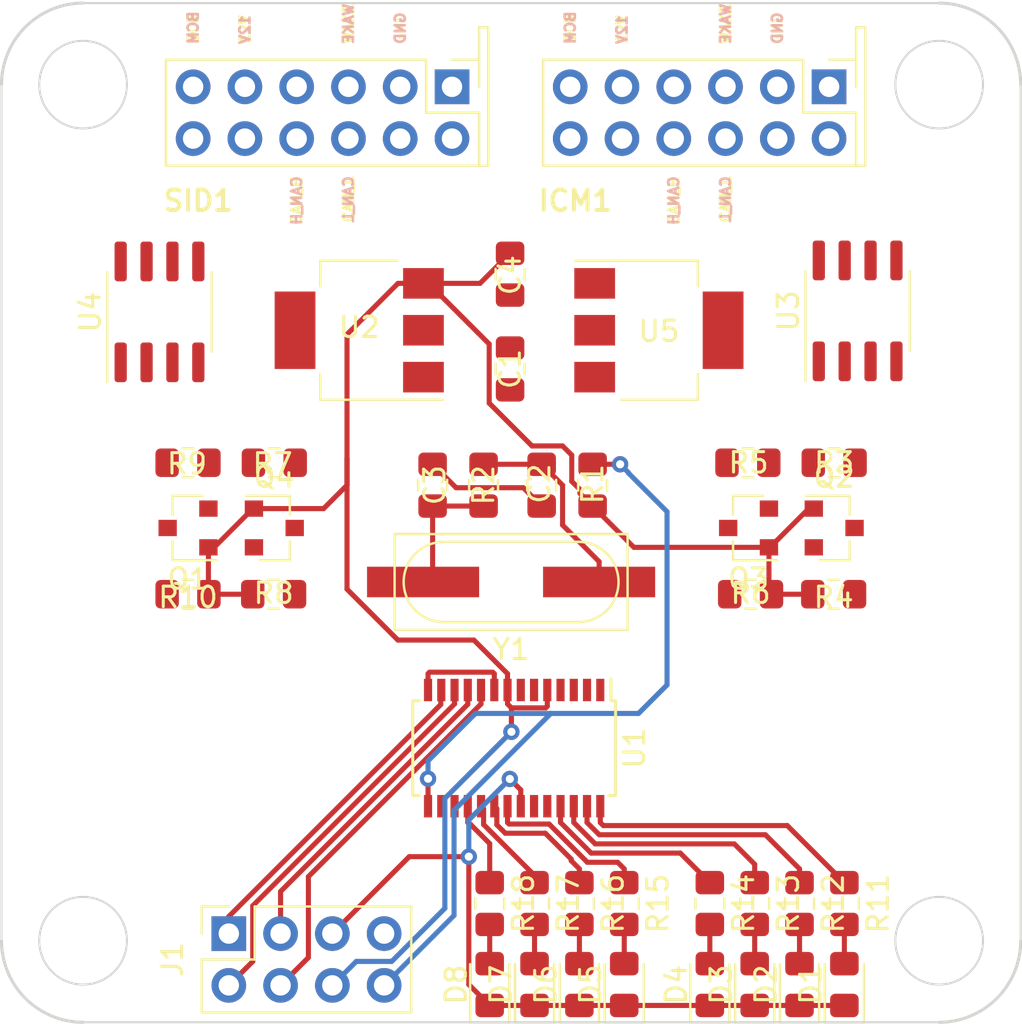
<source format=kicad_pcb>
(kicad_pcb (version 20171130) (host pcbnew 5.1.4-e60b266~84~ubuntu19.04.1)

  (general
    (thickness 1.6)
    (drawings 14)
    (tracks 176)
    (zones 0)
    (modules 43)
    (nets 42)
  )

  (page A4)
  (layers
    (0 F.Cu signal)
    (31 B.Cu signal)
    (32 B.Adhes user)
    (33 F.Adhes user)
    (34 B.Paste user)
    (35 F.Paste user)
    (36 B.SilkS user)
    (37 F.SilkS user)
    (38 B.Mask user)
    (39 F.Mask user)
    (40 Dwgs.User user)
    (41 Cmts.User user)
    (42 Eco1.User user hide)
    (43 Eco2.User user)
    (44 Edge.Cuts user)
    (45 Margin user)
    (46 B.CrtYd user)
    (47 F.CrtYd user)
    (48 B.Fab user)
    (49 F.Fab user hide)
  )

  (setup
    (last_trace_width 0.25)
    (user_trace_width 0.381)
    (user_trace_width 1.27)
    (trace_clearance 0.2)
    (zone_clearance 0.508)
    (zone_45_only no)
    (trace_min 0.2)
    (via_size 0.8)
    (via_drill 0.4)
    (via_min_size 0.4)
    (via_min_drill 0.3)
    (uvia_size 0.3)
    (uvia_drill 0.1)
    (uvias_allowed no)
    (uvia_min_size 0.2)
    (uvia_min_drill 0.1)
    (edge_width 0.1)
    (segment_width 0.2)
    (pcb_text_width 0.3)
    (pcb_text_size 1.5 1.5)
    (mod_edge_width 0.15)
    (mod_text_size 1 1)
    (mod_text_width 0.15)
    (pad_size 1.524 1.524)
    (pad_drill 0.762)
    (pad_to_mask_clearance 0)
    (aux_axis_origin 0 0)
    (visible_elements FFFFFF7F)
    (pcbplotparams
      (layerselection 0x010fc_ffffffff)
      (usegerberextensions false)
      (usegerberattributes false)
      (usegerberadvancedattributes false)
      (creategerberjobfile false)
      (excludeedgelayer true)
      (linewidth 0.100000)
      (plotframeref false)
      (viasonmask false)
      (mode 1)
      (useauxorigin false)
      (hpglpennumber 1)
      (hpglpenspeed 20)
      (hpglpendiameter 15.000000)
      (psnegative false)
      (psa4output false)
      (plotreference true)
      (plotvalue true)
      (plotinvisibletext false)
      (padsonsilk false)
      (subtractmaskfromsilk false)
      (outputformat 1)
      (mirror false)
      (drillshape 1)
      (scaleselection 1)
      (outputdirectory ""))
  )

  (net 0 "")
  (net 1 VDD_5V)
  (net 2 GND)
  (net 3 XTAL2)
  (net 4 XTAL1)
  (net 5 VDD_3.3V)
  (net 6 VIN)
  (net 7 TXA)
  (net 8 RXA)
  (net 9 TXB)
  (net 10 RXB)
  (net 11 "Net-(D1-Pad2)")
  (net 12 "Net-(D2-Pad2)")
  (net 13 "Net-(D3-Pad2)")
  (net 14 "Net-(D4-Pad2)")
  (net 15 "Net-(D5-Pad2)")
  (net 16 "Net-(D6-Pad2)")
  (net 17 "Net-(D7-Pad2)")
  (net 18 "Net-(D8-Pad2)")
  (net 19 TXB_CMOS)
  (net 20 RXA_CMOS)
  (net 21 TXA_CMOS)
  (net 22 RXB_CMOS)
  (net 23 "Net-(R11-Pad1)")
  (net 24 "Net-(R12-Pad1)")
  (net 25 "Net-(R13-Pad1)")
  (net 26 "Net-(R14-Pad1)")
  (net 27 "Net-(R15-Pad1)")
  (net 28 "Net-(R16-Pad1)")
  (net 29 "Net-(R17-Pad1)")
  (net 30 "Net-(R18-Pad1)")
  (net 31 "Net-(ICM1-Pad6)")
  (net 32 "Net-(ICM1-Pad9)")
  (net 33 "Net-(ICM1-Pad10)")
  (net 34 "Net-(ICM1-Pad3)")
  (net 35 "Net-(SID1-Pad9)")
  (net 36 "Net-(SID1-Pad10)")
  (net 37 CLK)
  (net 38 MISO)
  (net 39 MOSI)
  (net 40 CS)
  (net 41 IRQ)

  (net_class Default "This is the default net class."
    (clearance 0.2)
    (trace_width 0.25)
    (via_dia 0.8)
    (via_drill 0.4)
    (uvia_dia 0.3)
    (uvia_drill 0.1)
    (add_net CLK)
    (add_net CS)
    (add_net GND)
    (add_net IRQ)
    (add_net MISO)
    (add_net MOSI)
    (add_net "Net-(D1-Pad2)")
    (add_net "Net-(D2-Pad2)")
    (add_net "Net-(D3-Pad2)")
    (add_net "Net-(D4-Pad2)")
    (add_net "Net-(D5-Pad2)")
    (add_net "Net-(D6-Pad2)")
    (add_net "Net-(D7-Pad2)")
    (add_net "Net-(D8-Pad2)")
    (add_net "Net-(ICM1-Pad10)")
    (add_net "Net-(ICM1-Pad3)")
    (add_net "Net-(ICM1-Pad6)")
    (add_net "Net-(ICM1-Pad9)")
    (add_net "Net-(R11-Pad1)")
    (add_net "Net-(R12-Pad1)")
    (add_net "Net-(R13-Pad1)")
    (add_net "Net-(R14-Pad1)")
    (add_net "Net-(R15-Pad1)")
    (add_net "Net-(R16-Pad1)")
    (add_net "Net-(R17-Pad1)")
    (add_net "Net-(R18-Pad1)")
    (add_net "Net-(SID1-Pad10)")
    (add_net "Net-(SID1-Pad9)")
    (add_net RXA)
    (add_net RXA_CMOS)
    (add_net RXB)
    (add_net RXB_CMOS)
    (add_net TXA)
    (add_net TXA_CMOS)
    (add_net TXB)
    (add_net TXB_CMOS)
    (add_net VDD_3.3V)
    (add_net VDD_5V)
    (add_net VIN)
    (add_net XTAL1)
    (add_net XTAL2)
  )

  (module sid-board:SAAB_SID_CONNECTOR_HEADER (layer F.Cu) (tedit 5E43B2FB) (tstamp 5E43AFAF)
    (at 91 79.5)
    (descr "Through hole straight pin header, 2x06, 2.54mm pitch, double rows")
    (tags "Through hole pin header THT 2x06 2.54mm double row")
    (path /5E211BEE)
    (fp_text reference SID1 (at -6.096 4.445) (layer F.SilkS)
      (effects (font (size 1 1) (thickness 0.2)))
    )
    (fp_text value SID_CONN (at 0 7.874) (layer F.Fab)
      (effects (font (size 1 1) (thickness 0.15)))
    )
    (fp_text user CAN_L (at 1.27 3.175 90) (layer F.SilkS)
      (effects (font (size 0.5 0.5) (thickness 0.125)) (justify right))
    )
    (fp_text user CAN_H (at -1.27 3.175 270) (layer F.SilkS)
      (effects (font (size 0.5 0.5) (thickness 0.125)) (justify right))
    )
    (fp_text user BCM (at -6.35 -3.175 90) (layer F.SilkS)
      (effects (font (size 0.5 0.5) (thickness 0.125)) (justify left))
    )
    (fp_text user 12V (at -3.81 -3.175 90) (layer F.SilkS)
      (effects (font (size 0.5 0.5) (thickness 0.125)) (justify left))
    )
    (fp_text user WAKE (at 1.27 -3.175 90) (layer F.SilkS)
      (effects (font (size 0.5 0.5) (thickness 0.125)) (justify left))
    )
    (fp_text user GND (at 3.81 -3.175 90) (layer F.SilkS)
      (effects (font (size 0.5 0.5) (thickness 0.125)) (justify left))
    )
    (fp_text user CAN_H (at -1.27 3.175 90) (layer B.SilkS)
      (effects (font (size 0.5 0.5) (thickness 0.125)) (justify left mirror))
    )
    (fp_text user CAN_L (at 1.27 3.175 90) (layer B.SilkS)
      (effects (font (size 0.5 0.5) (thickness 0.125)) (justify left mirror))
    )
    (fp_text user BCM (at -6.35 -3.175 90) (layer B.SilkS)
      (effects (font (size 0.5 0.5) (thickness 0.125)) (justify right mirror))
    )
    (fp_text user 12V (at -3.81 -3.175 90) (layer B.SilkS)
      (effects (font (size 0.5 0.5) (thickness 0.125)) (justify right mirror))
    )
    (fp_text user WAKE (at 1.27 -3.175 90) (layer B.SilkS)
      (effects (font (size 0.5 0.5) (thickness 0.125)) (justify right mirror))
    )
    (fp_text user GND (at 3.81 -3.175 90) (layer B.SilkS)
      (effects (font (size 0.5 0.5) (thickness 0.125)) (justify right mirror))
    )
    (fp_line (start 8.128 2.7305) (end 8.128 2.413) (layer F.SilkS) (width 0.12))
    (fp_line (start 7.68 2.7305) (end 8.128 2.7305) (layer F.SilkS) (width 0.12))
    (fp_line (start 8.128 -4.064) (end 8.128 2.413) (layer F.SilkS) (width 0.12))
    (fp_line (start 7.68 -4.064) (end 8.128 -4.064) (layer F.SilkS) (width 0.12))
    (fp_line (start 7.68 -2.473) (end 7.68 -4.064) (layer F.SilkS) (width 0.12))
    (fp_text user %R (at 0 0.127) (layer F.Fab)
      (effects (font (size 1 1) (thickness 0.15)))
    )
    (fp_line (start 8.15 3.207) (end 8.15 -2.943) (layer F.CrtYd) (width 0.05))
    (fp_line (start -8.15 3.207) (end 8.15 3.207) (layer F.CrtYd) (width 0.05))
    (fp_line (start -8.15 -2.943) (end -8.15 3.207) (layer F.CrtYd) (width 0.05))
    (fp_line (start 8.15 -2.943) (end -8.15 -2.943) (layer F.CrtYd) (width 0.05))
    (fp_line (start 7.68 -2.473) (end 7.68 -1.143) (layer F.SilkS) (width 0.12))
    (fp_line (start 6.35 -2.473) (end 7.68 -2.473) (layer F.SilkS) (width 0.12))
    (fp_line (start 7.68 0.127) (end 7.68 2.727) (layer F.SilkS) (width 0.12))
    (fp_line (start 5.08 0.127) (end 7.68 0.127) (layer F.SilkS) (width 0.12))
    (fp_line (start 5.08 -2.473) (end 5.08 0.127) (layer F.SilkS) (width 0.12))
    (fp_line (start 7.68 2.727) (end -7.68 2.727) (layer F.SilkS) (width 0.12))
    (fp_line (start 5.08 -2.473) (end -7.68 -2.473) (layer F.SilkS) (width 0.12))
    (fp_line (start -7.68 -2.473) (end -7.68 2.727) (layer F.SilkS) (width 0.12))
    (fp_line (start 6.35 -2.413) (end 7.62 -1.143) (layer F.Fab) (width 0.1))
    (fp_line (start -7.62 -2.413) (end 6.35 -2.413) (layer F.Fab) (width 0.1))
    (fp_line (start -7.62 2.667) (end -7.62 -2.413) (layer F.Fab) (width 0.1))
    (fp_line (start 7.62 2.667) (end -7.62 2.667) (layer F.Fab) (width 0.1))
    (fp_line (start 7.62 -1.143) (end 7.62 2.667) (layer F.Fab) (width 0.1))
    (pad 7 thru_hole oval (at -6.35 1.397 270) (size 1.7 1.7) (drill 1) (layers *.Cu *.Mask))
    (pad 6 thru_hole oval (at -6.35 -1.143 270) (size 1.7 1.7) (drill 1) (layers *.Cu *.Mask)
      (net 31 "Net-(ICM1-Pad6)"))
    (pad 8 thru_hole oval (at -3.81 1.397 270) (size 1.7 1.7) (drill 1) (layers *.Cu *.Mask))
    (pad 5 thru_hole oval (at -3.81 -1.143 270) (size 1.7 1.7) (drill 1) (layers *.Cu *.Mask)
      (net 6 VIN))
    (pad 9 thru_hole oval (at -1.27 1.397 270) (size 1.7 1.7) (drill 1) (layers *.Cu *.Mask)
      (net 35 "Net-(SID1-Pad9)"))
    (pad 4 thru_hole oval (at -1.27 -1.143 270) (size 1.7 1.7) (drill 1) (layers *.Cu *.Mask))
    (pad 10 thru_hole oval (at 1.27 1.397 270) (size 1.7 1.7) (drill 1) (layers *.Cu *.Mask)
      (net 36 "Net-(SID1-Pad10)"))
    (pad 3 thru_hole oval (at 1.27 -1.143 270) (size 1.7 1.7) (drill 1) (layers *.Cu *.Mask)
      (net 34 "Net-(ICM1-Pad3)"))
    (pad 11 thru_hole oval (at 3.81 1.397 270) (size 1.7 1.7) (drill 1) (layers *.Cu *.Mask))
    (pad 2 thru_hole oval (at 3.81 -1.143 270) (size 1.7 1.7) (drill 1) (layers *.Cu *.Mask)
      (net 2 GND))
    (pad 12 thru_hole oval (at 6.35 1.397 270) (size 1.7 1.7) (drill 1) (layers *.Cu *.Mask))
    (pad 1 thru_hole rect (at 6.35 -1.143 270) (size 1.7 1.7) (drill 1) (layers *.Cu *.Mask))
    (model ${KISYS3DMOD}/Connector_PinHeader_2.54mm.3dshapes/PinHeader_2x06_P2.54mm_Horizontal.wrl
      (offset (xyz -6.35 -1.4 0))
      (scale (xyz 1 1 1))
      (rotate (xyz 0 0 -90))
    )
  )

  (module sid-board:SAAB_SID_CONNECTOR_HEADER (layer F.Cu) (tedit 5E43B2FB) (tstamp 5E467DF5)
    (at 109.5 79.5)
    (descr "Through hole straight pin header, 2x06, 2.54mm pitch, double rows")
    (tags "Through hole pin header THT 2x06 2.54mm double row")
    (path /5E210180)
    (fp_text reference ICM1 (at -6.096 4.445) (layer F.SilkS)
      (effects (font (size 1 1) (thickness 0.2)))
    )
    (fp_text value ICM_CONN (at 0 7.874) (layer F.Fab)
      (effects (font (size 1 1) (thickness 0.15)))
    )
    (fp_text user CAN_L (at 1.27 3.175 90) (layer F.SilkS)
      (effects (font (size 0.5 0.5) (thickness 0.125)) (justify right))
    )
    (fp_text user CAN_H (at -1.27 3.175 270) (layer F.SilkS)
      (effects (font (size 0.5 0.5) (thickness 0.125)) (justify right))
    )
    (fp_text user BCM (at -6.35 -3.175 90) (layer F.SilkS)
      (effects (font (size 0.5 0.5) (thickness 0.125)) (justify left))
    )
    (fp_text user 12V (at -3.81 -3.175 90) (layer F.SilkS)
      (effects (font (size 0.5 0.5) (thickness 0.125)) (justify left))
    )
    (fp_text user WAKE (at 1.27 -3.175 90) (layer F.SilkS)
      (effects (font (size 0.5 0.5) (thickness 0.125)) (justify left))
    )
    (fp_text user GND (at 3.81 -3.175 90) (layer F.SilkS)
      (effects (font (size 0.5 0.5) (thickness 0.125)) (justify left))
    )
    (fp_text user CAN_H (at -1.27 3.175 90) (layer B.SilkS)
      (effects (font (size 0.5 0.5) (thickness 0.125)) (justify left mirror))
    )
    (fp_text user CAN_L (at 1.27 3.175 90) (layer B.SilkS)
      (effects (font (size 0.5 0.5) (thickness 0.125)) (justify left mirror))
    )
    (fp_text user BCM (at -6.35 -3.175 90) (layer B.SilkS)
      (effects (font (size 0.5 0.5) (thickness 0.125)) (justify right mirror))
    )
    (fp_text user 12V (at -3.81 -3.175 90) (layer B.SilkS)
      (effects (font (size 0.5 0.5) (thickness 0.125)) (justify right mirror))
    )
    (fp_text user WAKE (at 1.27 -3.175 90) (layer B.SilkS)
      (effects (font (size 0.5 0.5) (thickness 0.125)) (justify right mirror))
    )
    (fp_text user GND (at 3.81 -3.175 90) (layer B.SilkS)
      (effects (font (size 0.5 0.5) (thickness 0.125)) (justify right mirror))
    )
    (fp_line (start 8.128 2.7305) (end 8.128 2.413) (layer F.SilkS) (width 0.12))
    (fp_line (start 7.68 2.7305) (end 8.128 2.7305) (layer F.SilkS) (width 0.12))
    (fp_line (start 8.128 -4.064) (end 8.128 2.413) (layer F.SilkS) (width 0.12))
    (fp_line (start 7.68 -4.064) (end 8.128 -4.064) (layer F.SilkS) (width 0.12))
    (fp_line (start 7.68 -2.473) (end 7.68 -4.064) (layer F.SilkS) (width 0.12))
    (fp_text user %R (at 0 0.127) (layer F.Fab)
      (effects (font (size 1 1) (thickness 0.15)))
    )
    (fp_line (start 8.15 3.207) (end 8.15 -2.943) (layer F.CrtYd) (width 0.05))
    (fp_line (start -8.15 3.207) (end 8.15 3.207) (layer F.CrtYd) (width 0.05))
    (fp_line (start -8.15 -2.943) (end -8.15 3.207) (layer F.CrtYd) (width 0.05))
    (fp_line (start 8.15 -2.943) (end -8.15 -2.943) (layer F.CrtYd) (width 0.05))
    (fp_line (start 7.68 -2.473) (end 7.68 -1.143) (layer F.SilkS) (width 0.12))
    (fp_line (start 6.35 -2.473) (end 7.68 -2.473) (layer F.SilkS) (width 0.12))
    (fp_line (start 7.68 0.127) (end 7.68 2.727) (layer F.SilkS) (width 0.12))
    (fp_line (start 5.08 0.127) (end 7.68 0.127) (layer F.SilkS) (width 0.12))
    (fp_line (start 5.08 -2.473) (end 5.08 0.127) (layer F.SilkS) (width 0.12))
    (fp_line (start 7.68 2.727) (end -7.68 2.727) (layer F.SilkS) (width 0.12))
    (fp_line (start 5.08 -2.473) (end -7.68 -2.473) (layer F.SilkS) (width 0.12))
    (fp_line (start -7.68 -2.473) (end -7.68 2.727) (layer F.SilkS) (width 0.12))
    (fp_line (start 6.35 -2.413) (end 7.62 -1.143) (layer F.Fab) (width 0.1))
    (fp_line (start -7.62 -2.413) (end 6.35 -2.413) (layer F.Fab) (width 0.1))
    (fp_line (start -7.62 2.667) (end -7.62 -2.413) (layer F.Fab) (width 0.1))
    (fp_line (start 7.62 2.667) (end -7.62 2.667) (layer F.Fab) (width 0.1))
    (fp_line (start 7.62 -1.143) (end 7.62 2.667) (layer F.Fab) (width 0.1))
    (pad 7 thru_hole oval (at -6.35 1.397 270) (size 1.7 1.7) (drill 1) (layers *.Cu *.Mask))
    (pad 6 thru_hole oval (at -6.35 -1.143 270) (size 1.7 1.7) (drill 1) (layers *.Cu *.Mask)
      (net 31 "Net-(ICM1-Pad6)"))
    (pad 8 thru_hole oval (at -3.81 1.397 270) (size 1.7 1.7) (drill 1) (layers *.Cu *.Mask))
    (pad 5 thru_hole oval (at -3.81 -1.143 270) (size 1.7 1.7) (drill 1) (layers *.Cu *.Mask)
      (net 6 VIN))
    (pad 9 thru_hole oval (at -1.27 1.397 270) (size 1.7 1.7) (drill 1) (layers *.Cu *.Mask)
      (net 32 "Net-(ICM1-Pad9)"))
    (pad 4 thru_hole oval (at -1.27 -1.143 270) (size 1.7 1.7) (drill 1) (layers *.Cu *.Mask))
    (pad 10 thru_hole oval (at 1.27 1.397 270) (size 1.7 1.7) (drill 1) (layers *.Cu *.Mask)
      (net 33 "Net-(ICM1-Pad10)"))
    (pad 3 thru_hole oval (at 1.27 -1.143 270) (size 1.7 1.7) (drill 1) (layers *.Cu *.Mask)
      (net 34 "Net-(ICM1-Pad3)"))
    (pad 11 thru_hole oval (at 3.81 1.397 270) (size 1.7 1.7) (drill 1) (layers *.Cu *.Mask))
    (pad 2 thru_hole oval (at 3.81 -1.143 270) (size 1.7 1.7) (drill 1) (layers *.Cu *.Mask)
      (net 2 GND))
    (pad 12 thru_hole oval (at 6.35 1.397 270) (size 1.7 1.7) (drill 1) (layers *.Cu *.Mask))
    (pad 1 thru_hole rect (at 6.35 -1.143 270) (size 1.7 1.7) (drill 1) (layers *.Cu *.Mask))
    (model ${KISYS3DMOD}/Connector_PinHeader_2.54mm.3dshapes/PinHeader_2x06_P2.54mm_Horizontal.wrl
      (offset (xyz -6.35 -1.4 0))
      (scale (xyz 1 1 1))
      (rotate (xyz 0 0 -90))
    )
  )

  (module Capacitor_SMD:C_0805_2012Metric_Pad1.15x1.40mm_HandSolder (layer F.Cu) (tedit 5B36C52B) (tstamp 5E43AF10)
    (at 100.2 92.2 90)
    (descr "Capacitor SMD 0805 (2012 Metric), square (rectangular) end terminal, IPC_7351 nominal with elongated pad for handsoldering. (Body size source: https://docs.google.com/spreadsheets/d/1BsfQQcO9C6DZCsRaXUlFlo91Tg2WpOkGARC1WS5S8t0/edit?usp=sharing), generated with kicad-footprint-generator")
    (tags "capacitor handsolder")
    (path /5E2BAD29)
    (attr smd)
    (fp_text reference C1 (at 0 0 90) (layer F.SilkS)
      (effects (font (size 1 1) (thickness 0.15)))
    )
    (fp_text value 100nF (at 0 1.65 90) (layer F.Fab)
      (effects (font (size 1 1) (thickness 0.15)))
    )
    (fp_line (start -1 0.6) (end -1 -0.6) (layer F.Fab) (width 0.1))
    (fp_line (start -1 -0.6) (end 1 -0.6) (layer F.Fab) (width 0.1))
    (fp_line (start 1 -0.6) (end 1 0.6) (layer F.Fab) (width 0.1))
    (fp_line (start 1 0.6) (end -1 0.6) (layer F.Fab) (width 0.1))
    (fp_line (start -0.261252 -0.71) (end 0.261252 -0.71) (layer F.SilkS) (width 0.12))
    (fp_line (start -0.261252 0.71) (end 0.261252 0.71) (layer F.SilkS) (width 0.12))
    (fp_line (start -1.85 0.95) (end -1.85 -0.95) (layer F.CrtYd) (width 0.05))
    (fp_line (start -1.85 -0.95) (end 1.85 -0.95) (layer F.CrtYd) (width 0.05))
    (fp_line (start 1.85 -0.95) (end 1.85 0.95) (layer F.CrtYd) (width 0.05))
    (fp_line (start 1.85 0.95) (end -1.85 0.95) (layer F.CrtYd) (width 0.05))
    (fp_text user %R (at 0 0 90) (layer F.Fab)
      (effects (font (size 0.5 0.5) (thickness 0.08)))
    )
    (pad 1 smd roundrect (at -1.025 0 90) (size 1.15 1.4) (layers F.Cu F.Paste F.Mask) (roundrect_rratio 0.217391)
      (net 1 VDD_5V))
    (pad 2 smd roundrect (at 1.025 0 90) (size 1.15 1.4) (layers F.Cu F.Paste F.Mask) (roundrect_rratio 0.217391)
      (net 2 GND))
    (model ${KISYS3DMOD}/Capacitor_SMD.3dshapes/C_0805_2012Metric.wrl
      (at (xyz 0 0 0))
      (scale (xyz 1 1 1))
      (rotate (xyz 0 0 0))
    )
  )

  (module Capacitor_SMD:C_0805_2012Metric_Pad1.15x1.40mm_HandSolder (layer F.Cu) (tedit 5B36C52B) (tstamp 5E43AF21)
    (at 101.75 97.9 270)
    (descr "Capacitor SMD 0805 (2012 Metric), square (rectangular) end terminal, IPC_7351 nominal with elongated pad for handsoldering. (Body size source: https://docs.google.com/spreadsheets/d/1BsfQQcO9C6DZCsRaXUlFlo91Tg2WpOkGARC1WS5S8t0/edit?usp=sharing), generated with kicad-footprint-generator")
    (tags "capacitor handsolder")
    (path /5E2B9259)
    (attr smd)
    (fp_text reference C2 (at -0.075 0.1 90) (layer F.SilkS)
      (effects (font (size 1 1) (thickness 0.15)))
    )
    (fp_text value 18pF (at 0 1.65 90) (layer F.Fab)
      (effects (font (size 1 1) (thickness 0.15)))
    )
    (fp_text user %R (at 0 0 90) (layer F.Fab)
      (effects (font (size 0.5 0.5) (thickness 0.08)))
    )
    (fp_line (start 1.85 0.95) (end -1.85 0.95) (layer F.CrtYd) (width 0.05))
    (fp_line (start 1.85 -0.95) (end 1.85 0.95) (layer F.CrtYd) (width 0.05))
    (fp_line (start -1.85 -0.95) (end 1.85 -0.95) (layer F.CrtYd) (width 0.05))
    (fp_line (start -1.85 0.95) (end -1.85 -0.95) (layer F.CrtYd) (width 0.05))
    (fp_line (start -0.261252 0.71) (end 0.261252 0.71) (layer F.SilkS) (width 0.12))
    (fp_line (start -0.261252 -0.71) (end 0.261252 -0.71) (layer F.SilkS) (width 0.12))
    (fp_line (start 1 0.6) (end -1 0.6) (layer F.Fab) (width 0.1))
    (fp_line (start 1 -0.6) (end 1 0.6) (layer F.Fab) (width 0.1))
    (fp_line (start -1 -0.6) (end 1 -0.6) (layer F.Fab) (width 0.1))
    (fp_line (start -1 0.6) (end -1 -0.6) (layer F.Fab) (width 0.1))
    (pad 2 smd roundrect (at 1.025 0 270) (size 1.15 1.4) (layers F.Cu F.Paste F.Mask) (roundrect_rratio 0.217391)
      (net 2 GND))
    (pad 1 smd roundrect (at -1.025 0 270) (size 1.15 1.4) (layers F.Cu F.Paste F.Mask) (roundrect_rratio 0.217391)
      (net 3 XTAL2))
    (model ${KISYS3DMOD}/Capacitor_SMD.3dshapes/C_0805_2012Metric.wrl
      (at (xyz 0 0 0))
      (scale (xyz 1 1 1))
      (rotate (xyz 0 0 0))
    )
  )

  (module Capacitor_SMD:C_0805_2012Metric_Pad1.15x1.40mm_HandSolder (layer F.Cu) (tedit 5B36C52B) (tstamp 5E43AF32)
    (at 96.4 97.9 90)
    (descr "Capacitor SMD 0805 (2012 Metric), square (rectangular) end terminal, IPC_7351 nominal with elongated pad for handsoldering. (Body size source: https://docs.google.com/spreadsheets/d/1BsfQQcO9C6DZCsRaXUlFlo91Tg2WpOkGARC1WS5S8t0/edit?usp=sharing), generated with kicad-footprint-generator")
    (tags "capacitor handsolder")
    (path /5E2BA581)
    (attr smd)
    (fp_text reference C3 (at 0 0.1 90) (layer F.SilkS)
      (effects (font (size 1 1) (thickness 0.15)))
    )
    (fp_text value 18pF (at 0 1.65 90) (layer F.Fab)
      (effects (font (size 1 1) (thickness 0.15)))
    )
    (fp_line (start -1 0.6) (end -1 -0.6) (layer F.Fab) (width 0.1))
    (fp_line (start -1 -0.6) (end 1 -0.6) (layer F.Fab) (width 0.1))
    (fp_line (start 1 -0.6) (end 1 0.6) (layer F.Fab) (width 0.1))
    (fp_line (start 1 0.6) (end -1 0.6) (layer F.Fab) (width 0.1))
    (fp_line (start -0.261252 -0.71) (end 0.261252 -0.71) (layer F.SilkS) (width 0.12))
    (fp_line (start -0.261252 0.71) (end 0.261252 0.71) (layer F.SilkS) (width 0.12))
    (fp_line (start -1.85 0.95) (end -1.85 -0.95) (layer F.CrtYd) (width 0.05))
    (fp_line (start -1.85 -0.95) (end 1.85 -0.95) (layer F.CrtYd) (width 0.05))
    (fp_line (start 1.85 -0.95) (end 1.85 0.95) (layer F.CrtYd) (width 0.05))
    (fp_line (start 1.85 0.95) (end -1.85 0.95) (layer F.CrtYd) (width 0.05))
    (fp_text user %R (at 0 0 90) (layer F.Fab)
      (effects (font (size 0.5 0.5) (thickness 0.08)))
    )
    (pad 1 smd roundrect (at -1.025 0 90) (size 1.15 1.4) (layers F.Cu F.Paste F.Mask) (roundrect_rratio 0.217391)
      (net 4 XTAL1))
    (pad 2 smd roundrect (at 1.025 0 90) (size 1.15 1.4) (layers F.Cu F.Paste F.Mask) (roundrect_rratio 0.217391)
      (net 2 GND))
    (model ${KISYS3DMOD}/Capacitor_SMD.3dshapes/C_0805_2012Metric.wrl
      (at (xyz 0 0 0))
      (scale (xyz 1 1 1))
      (rotate (xyz 0 0 0))
    )
  )

  (module Capacitor_SMD:C_0805_2012Metric_Pad1.15x1.40mm_HandSolder (layer F.Cu) (tedit 5B36C52B) (tstamp 5E469BE5)
    (at 100.2 87.55 270)
    (descr "Capacitor SMD 0805 (2012 Metric), square (rectangular) end terminal, IPC_7351 nominal with elongated pad for handsoldering. (Body size source: https://docs.google.com/spreadsheets/d/1BsfQQcO9C6DZCsRaXUlFlo91Tg2WpOkGARC1WS5S8t0/edit?usp=sharing), generated with kicad-footprint-generator")
    (tags "capacitor handsolder")
    (path /5E29894F)
    (attr smd)
    (fp_text reference C4 (at 0.05 0 90) (layer F.SilkS)
      (effects (font (size 1 1) (thickness 0.15)))
    )
    (fp_text value 100nF (at 0 1.65 90) (layer F.Fab)
      (effects (font (size 1 1) (thickness 0.15)))
    )
    (fp_text user %R (at 0 0 90) (layer F.Fab)
      (effects (font (size 0.5 0.5) (thickness 0.08)))
    )
    (fp_line (start 1.85 0.95) (end -1.85 0.95) (layer F.CrtYd) (width 0.05))
    (fp_line (start 1.85 -0.95) (end 1.85 0.95) (layer F.CrtYd) (width 0.05))
    (fp_line (start -1.85 -0.95) (end 1.85 -0.95) (layer F.CrtYd) (width 0.05))
    (fp_line (start -1.85 0.95) (end -1.85 -0.95) (layer F.CrtYd) (width 0.05))
    (fp_line (start -0.261252 0.71) (end 0.261252 0.71) (layer F.SilkS) (width 0.12))
    (fp_line (start -0.261252 -0.71) (end 0.261252 -0.71) (layer F.SilkS) (width 0.12))
    (fp_line (start 1 0.6) (end -1 0.6) (layer F.Fab) (width 0.1))
    (fp_line (start 1 -0.6) (end 1 0.6) (layer F.Fab) (width 0.1))
    (fp_line (start -1 -0.6) (end 1 -0.6) (layer F.Fab) (width 0.1))
    (fp_line (start -1 0.6) (end -1 -0.6) (layer F.Fab) (width 0.1))
    (pad 2 smd roundrect (at 1.025 0 270) (size 1.15 1.4) (layers F.Cu F.Paste F.Mask) (roundrect_rratio 0.217391)
      (net 2 GND))
    (pad 1 smd roundrect (at -1.025 0 270) (size 1.15 1.4) (layers F.Cu F.Paste F.Mask) (roundrect_rratio 0.217391)
      (net 5 VDD_3.3V))
    (model ${KISYS3DMOD}/Capacitor_SMD.3dshapes/C_0805_2012Metric.wrl
      (at (xyz 0 0 0))
      (scale (xyz 1 1 1))
      (rotate (xyz 0 0 0))
    )
  )

  (module Package_TO_SOT_SMD:SOT-23 (layer F.Cu) (tedit 5A02FF57) (tstamp 5E469AAE)
    (at 84.4 100 180)
    (descr "SOT-23, Standard")
    (tags SOT-23)
    (path /5E4A8360)
    (attr smd)
    (fp_text reference Q1 (at 0 -2.5) (layer F.SilkS)
      (effects (font (size 1 1) (thickness 0.15)))
    )
    (fp_text value BSS138 (at 0 2.5) (layer F.Fab)
      (effects (font (size 1 1) (thickness 0.15)))
    )
    (fp_text user %R (at 0 0 90) (layer F.Fab)
      (effects (font (size 0.5 0.5) (thickness 0.075)))
    )
    (fp_line (start -0.7 -0.95) (end -0.7 1.5) (layer F.Fab) (width 0.1))
    (fp_line (start -0.15 -1.52) (end 0.7 -1.52) (layer F.Fab) (width 0.1))
    (fp_line (start -0.7 -0.95) (end -0.15 -1.52) (layer F.Fab) (width 0.1))
    (fp_line (start 0.7 -1.52) (end 0.7 1.52) (layer F.Fab) (width 0.1))
    (fp_line (start -0.7 1.52) (end 0.7 1.52) (layer F.Fab) (width 0.1))
    (fp_line (start 0.76 1.58) (end 0.76 0.65) (layer F.SilkS) (width 0.12))
    (fp_line (start 0.76 -1.58) (end 0.76 -0.65) (layer F.SilkS) (width 0.12))
    (fp_line (start -1.7 -1.75) (end 1.7 -1.75) (layer F.CrtYd) (width 0.05))
    (fp_line (start 1.7 -1.75) (end 1.7 1.75) (layer F.CrtYd) (width 0.05))
    (fp_line (start 1.7 1.75) (end -1.7 1.75) (layer F.CrtYd) (width 0.05))
    (fp_line (start -1.7 1.75) (end -1.7 -1.75) (layer F.CrtYd) (width 0.05))
    (fp_line (start 0.76 -1.58) (end -1.4 -1.58) (layer F.SilkS) (width 0.12))
    (fp_line (start 0.76 1.58) (end -0.7 1.58) (layer F.SilkS) (width 0.12))
    (pad 1 smd rect (at -1 -0.95 180) (size 0.9 0.8) (layers F.Cu F.Paste F.Mask)
      (net 5 VDD_3.3V))
    (pad 2 smd rect (at -1 0.95 180) (size 0.9 0.8) (layers F.Cu F.Paste F.Mask)
      (net 9 TXB))
    (pad 3 smd rect (at 1 0 180) (size 0.9 0.8) (layers F.Cu F.Paste F.Mask)
      (net 19 TXB_CMOS))
    (model ${KISYS3DMOD}/Package_TO_SOT_SMD.3dshapes/SOT-23.wrl
      (at (xyz 0 0 0))
      (scale (xyz 1 1 1))
      (rotate (xyz 0 0 0))
    )
  )

  (module Resistor_SMD:R_0805_2012Metric_Pad1.15x1.40mm_HandSolder (layer F.Cu) (tedit 5B36C52B) (tstamp 5E43B01A)
    (at 104.25 97.9 270)
    (descr "Resistor SMD 0805 (2012 Metric), square (rectangular) end terminal, IPC_7351 nominal with elongated pad for handsoldering. (Body size source: https://docs.google.com/spreadsheets/d/1BsfQQcO9C6DZCsRaXUlFlo91Tg2WpOkGARC1WS5S8t0/edit?usp=sharing), generated with kicad-footprint-generator")
    (tags "resistor handsolder")
    (path /5E32A99C)
    (attr smd)
    (fp_text reference R1 (at -0.05 0 90) (layer F.SilkS)
      (effects (font (size 1 1) (thickness 0.15)))
    )
    (fp_text value 1K (at 0 1.65 90) (layer F.Fab)
      (effects (font (size 1 1) (thickness 0.15)))
    )
    (fp_text user %R (at 0 0 90) (layer F.Fab)
      (effects (font (size 0.5 0.5) (thickness 0.08)))
    )
    (fp_line (start 1.85 0.95) (end -1.85 0.95) (layer F.CrtYd) (width 0.05))
    (fp_line (start 1.85 -0.95) (end 1.85 0.95) (layer F.CrtYd) (width 0.05))
    (fp_line (start -1.85 -0.95) (end 1.85 -0.95) (layer F.CrtYd) (width 0.05))
    (fp_line (start -1.85 0.95) (end -1.85 -0.95) (layer F.CrtYd) (width 0.05))
    (fp_line (start -0.261252 0.71) (end 0.261252 0.71) (layer F.SilkS) (width 0.12))
    (fp_line (start -0.261252 -0.71) (end 0.261252 -0.71) (layer F.SilkS) (width 0.12))
    (fp_line (start 1 0.6) (end -1 0.6) (layer F.Fab) (width 0.1))
    (fp_line (start 1 -0.6) (end 1 0.6) (layer F.Fab) (width 0.1))
    (fp_line (start -1 -0.6) (end 1 -0.6) (layer F.Fab) (width 0.1))
    (fp_line (start -1 0.6) (end -1 -0.6) (layer F.Fab) (width 0.1))
    (pad 2 smd roundrect (at 1.025 0 270) (size 1.15 1.4) (layers F.Cu F.Paste F.Mask) (roundrect_rratio 0.217391)
      (net 5 VDD_3.3V))
    (pad 1 smd roundrect (at -1.025 0 270) (size 1.15 1.4) (layers F.Cu F.Paste F.Mask) (roundrect_rratio 0.217391)
      (net 41 IRQ))
    (model ${KISYS3DMOD}/Resistor_SMD.3dshapes/R_0805_2012Metric.wrl
      (at (xyz 0 0 0))
      (scale (xyz 1 1 1))
      (rotate (xyz 0 0 0))
    )
  )

  (module Resistor_SMD:R_0805_2012Metric_Pad1.15x1.40mm_HandSolder (layer F.Cu) (tedit 5B36C52B) (tstamp 5E43B02B)
    (at 98.9 97.9 90)
    (descr "Resistor SMD 0805 (2012 Metric), square (rectangular) end terminal, IPC_7351 nominal with elongated pad for handsoldering. (Body size source: https://docs.google.com/spreadsheets/d/1BsfQQcO9C6DZCsRaXUlFlo91Tg2WpOkGARC1WS5S8t0/edit?usp=sharing), generated with kicad-footprint-generator")
    (tags "resistor handsolder")
    (path /5E2B87B7)
    (attr smd)
    (fp_text reference R2 (at 0 0 90) (layer F.SilkS)
      (effects (font (size 1 1) (thickness 0.15)))
    )
    (fp_text value 1M (at 0 1.65 90) (layer F.Fab)
      (effects (font (size 1 1) (thickness 0.15)))
    )
    (fp_line (start -1 0.6) (end -1 -0.6) (layer F.Fab) (width 0.1))
    (fp_line (start -1 -0.6) (end 1 -0.6) (layer F.Fab) (width 0.1))
    (fp_line (start 1 -0.6) (end 1 0.6) (layer F.Fab) (width 0.1))
    (fp_line (start 1 0.6) (end -1 0.6) (layer F.Fab) (width 0.1))
    (fp_line (start -0.261252 -0.71) (end 0.261252 -0.71) (layer F.SilkS) (width 0.12))
    (fp_line (start -0.261252 0.71) (end 0.261252 0.71) (layer F.SilkS) (width 0.12))
    (fp_line (start -1.85 0.95) (end -1.85 -0.95) (layer F.CrtYd) (width 0.05))
    (fp_line (start -1.85 -0.95) (end 1.85 -0.95) (layer F.CrtYd) (width 0.05))
    (fp_line (start 1.85 -0.95) (end 1.85 0.95) (layer F.CrtYd) (width 0.05))
    (fp_line (start 1.85 0.95) (end -1.85 0.95) (layer F.CrtYd) (width 0.05))
    (fp_text user %R (at 0 0 90) (layer F.Fab)
      (effects (font (size 0.5 0.5) (thickness 0.08)))
    )
    (pad 1 smd roundrect (at -1.025 0 90) (size 1.15 1.4) (layers F.Cu F.Paste F.Mask) (roundrect_rratio 0.217391)
      (net 4 XTAL1))
    (pad 2 smd roundrect (at 1.025 0 90) (size 1.15 1.4) (layers F.Cu F.Paste F.Mask) (roundrect_rratio 0.217391)
      (net 3 XTAL2))
    (model ${KISYS3DMOD}/Resistor_SMD.3dshapes/R_0805_2012Metric.wrl
      (at (xyz 0 0 0))
      (scale (xyz 1 1 1))
      (rotate (xyz 0 0 0))
    )
  )

  (module Package_SO:TSSOP-28_4.4x9.7mm_P0.65mm (layer F.Cu) (tedit 5A02F25C) (tstamp 5E43B05C)
    (at 100.4 110.8 270)
    (descr "TSSOP28: plastic thin shrink small outline package; 28 leads; body width 4.4 mm; (see NXP SSOP-TSSOP-VSO-REFLOW.pdf and sot361-1_po.pdf)")
    (tags "SSOP 0.65")
    (path /5E1EA07F)
    (attr smd)
    (fp_text reference U1 (at 0 -5.9 90) (layer F.SilkS)
      (effects (font (size 1 1) (thickness 0.15)))
    )
    (fp_text value SC16IS752IPW (at 0 5.9 90) (layer F.Fab)
      (effects (font (size 1 1) (thickness 0.15)))
    )
    (fp_line (start -1.2 -4.85) (end 2.2 -4.85) (layer F.Fab) (width 0.15))
    (fp_line (start 2.2 -4.85) (end 2.2 4.85) (layer F.Fab) (width 0.15))
    (fp_line (start 2.2 4.85) (end -2.2 4.85) (layer F.Fab) (width 0.15))
    (fp_line (start -2.2 4.85) (end -2.2 -3.85) (layer F.Fab) (width 0.15))
    (fp_line (start -2.2 -3.85) (end -1.2 -4.85) (layer F.Fab) (width 0.15))
    (fp_line (start -3.65 -5.15) (end -3.65 5.15) (layer F.CrtYd) (width 0.05))
    (fp_line (start 3.65 -5.15) (end 3.65 5.15) (layer F.CrtYd) (width 0.05))
    (fp_line (start -3.65 -5.15) (end 3.65 -5.15) (layer F.CrtYd) (width 0.05))
    (fp_line (start -3.65 5.15) (end 3.65 5.15) (layer F.CrtYd) (width 0.05))
    (fp_line (start -2.325 -4.975) (end -2.325 -4.75) (layer F.SilkS) (width 0.15))
    (fp_line (start 2.325 -4.975) (end 2.325 -4.65) (layer F.SilkS) (width 0.15))
    (fp_line (start 2.325 4.975) (end 2.325 4.65) (layer F.SilkS) (width 0.15))
    (fp_line (start -2.325 4.975) (end -2.325 4.65) (layer F.SilkS) (width 0.15))
    (fp_line (start -2.325 -4.975) (end 2.325 -4.975) (layer F.SilkS) (width 0.15))
    (fp_line (start -2.325 4.975) (end 2.325 4.975) (layer F.SilkS) (width 0.15))
    (fp_line (start -2.325 -4.75) (end -3.4 -4.75) (layer F.SilkS) (width 0.15))
    (fp_text user %R (at 0 0 90) (layer F.Fab)
      (effects (font (size 0.8 0.8) (thickness 0.15)))
    )
    (pad 1 smd rect (at -2.85 -4.225 270) (size 1.1 0.4) (layers F.Cu F.Paste F.Mask))
    (pad 2 smd rect (at -2.85 -3.575 270) (size 1.1 0.4) (layers F.Cu F.Paste F.Mask))
    (pad 3 smd rect (at -2.85 -2.925 270) (size 1.1 0.4) (layers F.Cu F.Paste F.Mask)
      (net 7 TXA))
    (pad 4 smd rect (at -2.85 -2.275 270) (size 1.1 0.4) (layers F.Cu F.Paste F.Mask)
      (net 8 RXA))
    (pad 5 smd rect (at -2.85 -1.625 270) (size 1.1 0.4) (layers F.Cu F.Paste F.Mask)
      (net 5 VDD_3.3V))
    (pad 6 smd rect (at -2.85 -0.975 270) (size 1.1 0.4) (layers F.Cu F.Paste F.Mask)
      (net 4 XTAL1))
    (pad 7 smd rect (at -2.85 -0.325 270) (size 1.1 0.4) (layers F.Cu F.Paste F.Mask)
      (net 3 XTAL2))
    (pad 8 smd rect (at -2.85 0.325 270) (size 1.1 0.4) (layers F.Cu F.Paste F.Mask)
      (net 5 VDD_3.3V))
    (pad 9 smd rect (at -2.85 0.975 270) (size 1.1 0.4) (layers F.Cu F.Paste F.Mask)
      (net 2 GND))
    (pad 10 smd rect (at -2.85 1.625 270) (size 1.1 0.4) (layers F.Cu F.Paste F.Mask)
      (net 40 CS))
    (pad 11 smd rect (at -2.85 2.275 270) (size 1.1 0.4) (layers F.Cu F.Paste F.Mask)
      (net 39 MOSI))
    (pad 12 smd rect (at -2.85 2.925 270) (size 1.1 0.4) (layers F.Cu F.Paste F.Mask)
      (net 38 MISO))
    (pad 13 smd rect (at -2.85 3.575 270) (size 1.1 0.4) (layers F.Cu F.Paste F.Mask)
      (net 37 CLK))
    (pad 14 smd rect (at -2.85 4.225 270) (size 1.1 0.4) (layers F.Cu F.Paste F.Mask)
      (net 2 GND))
    (pad 15 smd rect (at 2.85 4.225 270) (size 1.1 0.4) (layers F.Cu F.Paste F.Mask)
      (net 41 IRQ))
    (pad 16 smd rect (at 2.85 3.575 270) (size 1.1 0.4) (layers F.Cu F.Paste F.Mask))
    (pad 17 smd rect (at 2.85 2.925 270) (size 1.1 0.4) (layers F.Cu F.Paste F.Mask))
    (pad 18 smd rect (at 2.85 2.275 270) (size 1.1 0.4) (layers F.Cu F.Paste F.Mask)
      (net 30 "Net-(R18-Pad1)"))
    (pad 19 smd rect (at 2.85 1.625 270) (size 1.1 0.4) (layers F.Cu F.Paste F.Mask)
      (net 29 "Net-(R17-Pad1)"))
    (pad 20 smd rect (at 2.85 0.975 270) (size 1.1 0.4) (layers F.Cu F.Paste F.Mask)
      (net 28 "Net-(R16-Pad1)"))
    (pad 21 smd rect (at 2.85 0.325 270) (size 1.1 0.4) (layers F.Cu F.Paste F.Mask)
      (net 27 "Net-(R15-Pad1)"))
    (pad 22 smd rect (at 2.85 -0.325 270) (size 1.1 0.4) (layers F.Cu F.Paste F.Mask)
      (net 2 GND))
    (pad 23 smd rect (at 2.85 -0.975 270) (size 1.1 0.4) (layers F.Cu F.Paste F.Mask)
      (net 9 TXB))
    (pad 24 smd rect (at 2.85 -1.625 270) (size 1.1 0.4) (layers F.Cu F.Paste F.Mask)
      (net 10 RXB))
    (pad 25 smd rect (at 2.85 -2.275 270) (size 1.1 0.4) (layers F.Cu F.Paste F.Mask)
      (net 26 "Net-(R14-Pad1)"))
    (pad 26 smd rect (at 2.85 -2.925 270) (size 1.1 0.4) (layers F.Cu F.Paste F.Mask)
      (net 25 "Net-(R13-Pad1)"))
    (pad 27 smd rect (at 2.85 -3.575 270) (size 1.1 0.4) (layers F.Cu F.Paste F.Mask)
      (net 24 "Net-(R12-Pad1)"))
    (pad 28 smd rect (at 2.85 -4.225 270) (size 1.1 0.4) (layers F.Cu F.Paste F.Mask)
      (net 23 "Net-(R11-Pad1)"))
    (model ${KISYS3DMOD}/Package_SO.3dshapes/TSSOP-28_4.4x9.7mm_P0.65mm.wrl
      (at (xyz 0 0 0))
      (scale (xyz 1 1 1))
      (rotate (xyz 0 0 0))
    )
  )

  (module Package_TO_SOT_SMD:SOT-223-3_TabPin2 (layer F.Cu) (tedit 5A02FF57) (tstamp 5E46716E)
    (at 92.8 90.3 180)
    (descr "module CMS SOT223 4 pins")
    (tags "CMS SOT")
    (path /5E2845BD)
    (attr smd)
    (fp_text reference U2 (at 0 0.15) (layer F.SilkS)
      (effects (font (size 1 1) (thickness 0.15)))
    )
    (fp_text value MCP1703A-3302_SOT223 (at 0 4.5) (layer F.Fab)
      (effects (font (size 1 1) (thickness 0.15)))
    )
    (fp_text user %R (at 0 0 90) (layer F.Fab)
      (effects (font (size 0.8 0.8) (thickness 0.12)))
    )
    (fp_line (start 1.91 3.41) (end 1.91 2.15) (layer F.SilkS) (width 0.12))
    (fp_line (start 1.91 -3.41) (end 1.91 -2.15) (layer F.SilkS) (width 0.12))
    (fp_line (start 4.4 -3.6) (end -4.4 -3.6) (layer F.CrtYd) (width 0.05))
    (fp_line (start 4.4 3.6) (end 4.4 -3.6) (layer F.CrtYd) (width 0.05))
    (fp_line (start -4.4 3.6) (end 4.4 3.6) (layer F.CrtYd) (width 0.05))
    (fp_line (start -4.4 -3.6) (end -4.4 3.6) (layer F.CrtYd) (width 0.05))
    (fp_line (start -1.85 -2.35) (end -0.85 -3.35) (layer F.Fab) (width 0.1))
    (fp_line (start -1.85 -2.35) (end -1.85 3.35) (layer F.Fab) (width 0.1))
    (fp_line (start -1.85 3.41) (end 1.91 3.41) (layer F.SilkS) (width 0.12))
    (fp_line (start -0.85 -3.35) (end 1.85 -3.35) (layer F.Fab) (width 0.1))
    (fp_line (start -4.1 -3.41) (end 1.91 -3.41) (layer F.SilkS) (width 0.12))
    (fp_line (start -1.85 3.35) (end 1.85 3.35) (layer F.Fab) (width 0.1))
    (fp_line (start 1.85 -3.35) (end 1.85 3.35) (layer F.Fab) (width 0.1))
    (pad 2 smd rect (at 3.15 0 180) (size 2 3.8) (layers F.Cu F.Paste F.Mask)
      (net 2 GND))
    (pad 2 smd rect (at -3.15 0 180) (size 2 1.5) (layers F.Cu F.Paste F.Mask)
      (net 2 GND))
    (pad 3 smd rect (at -3.15 2.3 180) (size 2 1.5) (layers F.Cu F.Paste F.Mask)
      (net 5 VDD_3.3V))
    (pad 1 smd rect (at -3.15 -2.3 180) (size 2 1.5) (layers F.Cu F.Paste F.Mask)
      (net 6 VIN))
    (model ${KISYS3DMOD}/Package_TO_SOT_SMD.3dshapes/SOT-223.wrl
      (at (xyz 0 0 0))
      (scale (xyz 1 1 1))
      (rotate (xyz 0 0 0))
    )
  )

  (module Package_SO:SOIC-8_3.9x4.9mm_P1.27mm (layer F.Cu) (tedit 5D9F72B1) (tstamp 5E43B08C)
    (at 117.25 89.35 90)
    (descr "SOIC, 8 Pin (JEDEC MS-012AA, https://www.analog.com/media/en/package-pcb-resources/package/pkg_pdf/soic_narrow-r/r_8.pdf), generated with kicad-footprint-generator ipc_gullwing_generator.py")
    (tags "SOIC SO")
    (path /5E1EEB2A)
    (attr smd)
    (fp_text reference U3 (at 0 -3.4 90) (layer F.SilkS)
      (effects (font (size 1 1) (thickness 0.15)))
    )
    (fp_text value PCA82C250 (at 0 3.4 90) (layer F.Fab)
      (effects (font (size 1 1) (thickness 0.15)))
    )
    (fp_line (start 0 2.56) (end 1.95 2.56) (layer F.SilkS) (width 0.12))
    (fp_line (start 0 2.56) (end -1.95 2.56) (layer F.SilkS) (width 0.12))
    (fp_line (start 0 -2.56) (end 1.95 -2.56) (layer F.SilkS) (width 0.12))
    (fp_line (start 0 -2.56) (end -3.45 -2.56) (layer F.SilkS) (width 0.12))
    (fp_line (start -0.975 -2.45) (end 1.95 -2.45) (layer F.Fab) (width 0.1))
    (fp_line (start 1.95 -2.45) (end 1.95 2.45) (layer F.Fab) (width 0.1))
    (fp_line (start 1.95 2.45) (end -1.95 2.45) (layer F.Fab) (width 0.1))
    (fp_line (start -1.95 2.45) (end -1.95 -1.475) (layer F.Fab) (width 0.1))
    (fp_line (start -1.95 -1.475) (end -0.975 -2.45) (layer F.Fab) (width 0.1))
    (fp_line (start -3.7 -2.7) (end -3.7 2.7) (layer F.CrtYd) (width 0.05))
    (fp_line (start -3.7 2.7) (end 3.7 2.7) (layer F.CrtYd) (width 0.05))
    (fp_line (start 3.7 2.7) (end 3.7 -2.7) (layer F.CrtYd) (width 0.05))
    (fp_line (start 3.7 -2.7) (end -3.7 -2.7) (layer F.CrtYd) (width 0.05))
    (fp_text user %R (at 0 0 90) (layer F.Fab)
      (effects (font (size 0.98 0.98) (thickness 0.15)))
    )
    (pad 1 smd roundrect (at -2.475 -1.905 90) (size 1.95 0.6) (layers F.Cu F.Paste F.Mask) (roundrect_rratio 0.25)
      (net 21 TXA_CMOS))
    (pad 2 smd roundrect (at -2.475 -0.635 90) (size 1.95 0.6) (layers F.Cu F.Paste F.Mask) (roundrect_rratio 0.25)
      (net 2 GND))
    (pad 3 smd roundrect (at -2.475 0.635 90) (size 1.95 0.6) (layers F.Cu F.Paste F.Mask) (roundrect_rratio 0.25)
      (net 1 VDD_5V))
    (pad 4 smd roundrect (at -2.475 1.905 90) (size 1.95 0.6) (layers F.Cu F.Paste F.Mask) (roundrect_rratio 0.25)
      (net 20 RXA_CMOS))
    (pad 5 smd roundrect (at 2.475 1.905 90) (size 1.95 0.6) (layers F.Cu F.Paste F.Mask) (roundrect_rratio 0.25))
    (pad 6 smd roundrect (at 2.475 0.635 90) (size 1.95 0.6) (layers F.Cu F.Paste F.Mask) (roundrect_rratio 0.25)
      (net 33 "Net-(ICM1-Pad10)"))
    (pad 7 smd roundrect (at 2.475 -0.635 90) (size 1.95 0.6) (layers F.Cu F.Paste F.Mask) (roundrect_rratio 0.25)
      (net 32 "Net-(ICM1-Pad9)"))
    (pad 8 smd roundrect (at 2.475 -1.905 90) (size 1.95 0.6) (layers F.Cu F.Paste F.Mask) (roundrect_rratio 0.25)
      (net 2 GND))
    (model ${KISYS3DMOD}/Package_SO.3dshapes/SOIC-8_3.9x4.9mm_P1.27mm.wrl
      (at (xyz 0 0 0))
      (scale (xyz 1 1 1))
      (rotate (xyz 0 0 0))
    )
  )

  (module Package_SO:SOIC-8_3.9x4.9mm_P1.27mm (layer F.Cu) (tedit 5D9F72B1) (tstamp 5E43B0A6)
    (at 83 89.4 90)
    (descr "SOIC, 8 Pin (JEDEC MS-012AA, https://www.analog.com/media/en/package-pcb-resources/package/pkg_pdf/soic_narrow-r/r_8.pdf), generated with kicad-footprint-generator ipc_gullwing_generator.py")
    (tags "SOIC SO")
    (path /5E1F1E39)
    (attr smd)
    (fp_text reference U4 (at 0 -3.4 90) (layer F.SilkS)
      (effects (font (size 1 1) (thickness 0.15)))
    )
    (fp_text value PCA82C250 (at 0 3.4 90) (layer F.Fab)
      (effects (font (size 1 1) (thickness 0.15)))
    )
    (fp_line (start 0 2.56) (end 1.95 2.56) (layer F.SilkS) (width 0.12))
    (fp_line (start 0 2.56) (end -1.95 2.56) (layer F.SilkS) (width 0.12))
    (fp_line (start 0 -2.56) (end 1.95 -2.56) (layer F.SilkS) (width 0.12))
    (fp_line (start 0 -2.56) (end -3.45 -2.56) (layer F.SilkS) (width 0.12))
    (fp_line (start -0.975 -2.45) (end 1.95 -2.45) (layer F.Fab) (width 0.1))
    (fp_line (start 1.95 -2.45) (end 1.95 2.45) (layer F.Fab) (width 0.1))
    (fp_line (start 1.95 2.45) (end -1.95 2.45) (layer F.Fab) (width 0.1))
    (fp_line (start -1.95 2.45) (end -1.95 -1.475) (layer F.Fab) (width 0.1))
    (fp_line (start -1.95 -1.475) (end -0.975 -2.45) (layer F.Fab) (width 0.1))
    (fp_line (start -3.7 -2.7) (end -3.7 2.7) (layer F.CrtYd) (width 0.05))
    (fp_line (start -3.7 2.7) (end 3.7 2.7) (layer F.CrtYd) (width 0.05))
    (fp_line (start 3.7 2.7) (end 3.7 -2.7) (layer F.CrtYd) (width 0.05))
    (fp_line (start 3.7 -2.7) (end -3.7 -2.7) (layer F.CrtYd) (width 0.05))
    (fp_text user %R (at 0 0 90) (layer F.Fab)
      (effects (font (size 0.98 0.98) (thickness 0.15)))
    )
    (pad 1 smd roundrect (at -2.475 -1.905 90) (size 1.95 0.6) (layers F.Cu F.Paste F.Mask) (roundrect_rratio 0.25)
      (net 19 TXB_CMOS))
    (pad 2 smd roundrect (at -2.475 -0.635 90) (size 1.95 0.6) (layers F.Cu F.Paste F.Mask) (roundrect_rratio 0.25)
      (net 2 GND))
    (pad 3 smd roundrect (at -2.475 0.635 90) (size 1.95 0.6) (layers F.Cu F.Paste F.Mask) (roundrect_rratio 0.25)
      (net 1 VDD_5V))
    (pad 4 smd roundrect (at -2.475 1.905 90) (size 1.95 0.6) (layers F.Cu F.Paste F.Mask) (roundrect_rratio 0.25)
      (net 22 RXB_CMOS))
    (pad 5 smd roundrect (at 2.475 1.905 90) (size 1.95 0.6) (layers F.Cu F.Paste F.Mask) (roundrect_rratio 0.25))
    (pad 6 smd roundrect (at 2.475 0.635 90) (size 1.95 0.6) (layers F.Cu F.Paste F.Mask) (roundrect_rratio 0.25)
      (net 36 "Net-(SID1-Pad10)"))
    (pad 7 smd roundrect (at 2.475 -0.635 90) (size 1.95 0.6) (layers F.Cu F.Paste F.Mask) (roundrect_rratio 0.25)
      (net 35 "Net-(SID1-Pad9)"))
    (pad 8 smd roundrect (at 2.475 -1.905 90) (size 1.95 0.6) (layers F.Cu F.Paste F.Mask) (roundrect_rratio 0.25)
      (net 2 GND))
    (model ${KISYS3DMOD}/Package_SO.3dshapes/SOIC-8_3.9x4.9mm_P1.27mm.wrl
      (at (xyz 0 0 0))
      (scale (xyz 1 1 1))
      (rotate (xyz 0 0 0))
    )
  )

  (module Package_TO_SOT_SMD:SOT-223-3_TabPin2 (layer F.Cu) (tedit 5A02FF57) (tstamp 5E469E1D)
    (at 107.5 90.3)
    (descr "module CMS SOT223 4 pins")
    (tags "CMS SOT")
    (path /5E285FEA)
    (attr smd)
    (fp_text reference U5 (at 0 0.05) (layer F.SilkS)
      (effects (font (size 1 1) (thickness 0.15)))
    )
    (fp_text value MCP1703A-5002_SOT223 (at 0 4.5) (layer F.Fab)
      (effects (font (size 1 1) (thickness 0.15)))
    )
    (fp_line (start 1.85 -3.35) (end 1.85 3.35) (layer F.Fab) (width 0.1))
    (fp_line (start -1.85 3.35) (end 1.85 3.35) (layer F.Fab) (width 0.1))
    (fp_line (start -4.1 -3.41) (end 1.91 -3.41) (layer F.SilkS) (width 0.12))
    (fp_line (start -0.85 -3.35) (end 1.85 -3.35) (layer F.Fab) (width 0.1))
    (fp_line (start -1.85 3.41) (end 1.91 3.41) (layer F.SilkS) (width 0.12))
    (fp_line (start -1.85 -2.35) (end -1.85 3.35) (layer F.Fab) (width 0.1))
    (fp_line (start -1.85 -2.35) (end -0.85 -3.35) (layer F.Fab) (width 0.1))
    (fp_line (start -4.4 -3.6) (end -4.4 3.6) (layer F.CrtYd) (width 0.05))
    (fp_line (start -4.4 3.6) (end 4.4 3.6) (layer F.CrtYd) (width 0.05))
    (fp_line (start 4.4 3.6) (end 4.4 -3.6) (layer F.CrtYd) (width 0.05))
    (fp_line (start 4.4 -3.6) (end -4.4 -3.6) (layer F.CrtYd) (width 0.05))
    (fp_line (start 1.91 -3.41) (end 1.91 -2.15) (layer F.SilkS) (width 0.12))
    (fp_line (start 1.91 3.41) (end 1.91 2.15) (layer F.SilkS) (width 0.12))
    (fp_text user %R (at 0 0 90) (layer F.Fab)
      (effects (font (size 0.8 0.8) (thickness 0.12)))
    )
    (pad 1 smd rect (at -3.15 -2.3) (size 2 1.5) (layers F.Cu F.Paste F.Mask)
      (net 6 VIN))
    (pad 3 smd rect (at -3.15 2.3) (size 2 1.5) (layers F.Cu F.Paste F.Mask)
      (net 1 VDD_5V))
    (pad 2 smd rect (at -3.15 0) (size 2 1.5) (layers F.Cu F.Paste F.Mask)
      (net 2 GND))
    (pad 2 smd rect (at 3.15 0) (size 2 3.8) (layers F.Cu F.Paste F.Mask)
      (net 2 GND))
    (model ${KISYS3DMOD}/Package_TO_SOT_SMD.3dshapes/SOT-223.wrl
      (at (xyz 0 0 0))
      (scale (xyz 1 1 1))
      (rotate (xyz 0 0 0))
    )
  )

  (module "sid-board:Euroquarts 14.7456MHz Crystal ±30ppm SMD 2-Pin 12.4 x 4.5 x 4.2mm" (layer F.Cu) (tedit 5E27B7EB) (tstamp 5E43B0CA)
    (at 100.25 102.65 180)
    (path /5E2B8361)
    (fp_text reference Y1 (at 0 -3.302) (layer F.SilkS)
      (effects (font (size 1 1) (thickness 0.15)))
    )
    (fp_text value 14.7456MHz (at 0 3.302) (layer F.Fab)
      (effects (font (size 1 1) (thickness 0.15)))
    )
    (fp_arc (start 3.302 0) (end 3.302 1.9685) (angle -180) (layer F.SilkS) (width 0.12))
    (fp_line (start -5.715 -2.3495) (end 5.715 -2.3495) (layer F.SilkS) (width 0.12))
    (fp_line (start 5.715 -2.3495) (end 5.715 2.3495) (layer F.SilkS) (width 0.12))
    (fp_line (start 5.715 2.3495) (end -5.715 2.3495) (layer F.SilkS) (width 0.12))
    (fp_line (start -5.715 2.3495) (end -5.715 -2.3495) (layer F.SilkS) (width 0.12))
    (fp_arc (start -3.302 0) (end -3.302 -1.9685) (angle -180) (layer F.SilkS) (width 0.12))
    (fp_line (start 3.302 -1.9685) (end -3.302 -1.9685) (layer F.SilkS) (width 0.12))
    (fp_line (start -3.302 1.9685) (end 3.302 1.9685) (layer F.SilkS) (width 0.12))
    (pad 1 smd rect (at -4.318 0 180) (size 5.5 1.5) (layers F.Cu F.Paste F.Mask)
      (net 3 XTAL2))
    (pad 2 smd rect (at 4.318 0 180) (size 5.5 1.5) (layers F.Cu F.Paste F.Mask)
      (net 4 XTAL1))
  )

  (module LED_SMD:LED_0805_2012Metric_Pad1.15x1.40mm_HandSolder (layer F.Cu) (tedit 5B4B45C9) (tstamp 5E46C9C1)
    (at 116.6 122.4 90)
    (descr "LED SMD 0805 (2012 Metric), square (rectangular) end terminal, IPC_7351 nominal, (Body size source: https://docs.google.com/spreadsheets/d/1BsfQQcO9C6DZCsRaXUlFlo91Tg2WpOkGARC1WS5S8t0/edit?usp=sharing), generated with kicad-footprint-generator")
    (tags "LED handsolder")
    (path /5E524EBA)
    (attr smd)
    (fp_text reference D1 (at 0 -1.65 90) (layer F.SilkS)
      (effects (font (size 1 1) (thickness 0.15)))
    )
    (fp_text value LED7 (at 0 -1.695 90) (layer F.Fab)
      (effects (font (size 1 1) (thickness 0.15)))
    )
    (fp_text user %R (at 0 0 90) (layer F.Fab)
      (effects (font (size 0.5 0.5) (thickness 0.08)))
    )
    (fp_line (start 1.85 0.95) (end -1.85 0.95) (layer F.CrtYd) (width 0.05))
    (fp_line (start 1.85 -0.95) (end 1.85 0.95) (layer F.CrtYd) (width 0.05))
    (fp_line (start -1.85 -0.95) (end 1.85 -0.95) (layer F.CrtYd) (width 0.05))
    (fp_line (start -1.85 0.95) (end -1.85 -0.95) (layer F.CrtYd) (width 0.05))
    (fp_line (start -1.86 0.96) (end 1 0.96) (layer F.SilkS) (width 0.12))
    (fp_line (start -1.86 -0.96) (end -1.86 0.96) (layer F.SilkS) (width 0.12))
    (fp_line (start 1 -0.96) (end -1.86 -0.96) (layer F.SilkS) (width 0.12))
    (fp_line (start 1 0.6) (end 1 -0.6) (layer F.Fab) (width 0.1))
    (fp_line (start -1 0.6) (end 1 0.6) (layer F.Fab) (width 0.1))
    (fp_line (start -1 -0.3) (end -1 0.6) (layer F.Fab) (width 0.1))
    (fp_line (start -0.7 -0.6) (end -1 -0.3) (layer F.Fab) (width 0.1))
    (fp_line (start 1 -0.6) (end -0.7 -0.6) (layer F.Fab) (width 0.1))
    (pad 2 smd roundrect (at 1.025 0 90) (size 1.15 1.4) (layers F.Cu F.Paste F.Mask) (roundrect_rratio 0.217391)
      (net 11 "Net-(D1-Pad2)"))
    (pad 1 smd roundrect (at -1.025 0 90) (size 1.15 1.4) (layers F.Cu F.Paste F.Mask) (roundrect_rratio 0.217391)
      (net 2 GND))
    (model ${KISYS3DMOD}/LED_SMD.3dshapes/LED_0805_2012Metric.wrl
      (at (xyz 0 0 0))
      (scale (xyz 1 1 1))
      (rotate (xyz 0 0 0))
    )
  )

  (module LED_SMD:LED_0805_2012Metric_Pad1.15x1.40mm_HandSolder (layer F.Cu) (tedit 5B4B45C9) (tstamp 5E46CA99)
    (at 114.4 122.4 90)
    (descr "LED SMD 0805 (2012 Metric), square (rectangular) end terminal, IPC_7351 nominal, (Body size source: https://docs.google.com/spreadsheets/d/1BsfQQcO9C6DZCsRaXUlFlo91Tg2WpOkGARC1WS5S8t0/edit?usp=sharing), generated with kicad-footprint-generator")
    (tags "LED handsolder")
    (path /5E52A67D)
    (attr smd)
    (fp_text reference D2 (at 0 -1.65 90) (layer F.SilkS)
      (effects (font (size 1 1) (thickness 0.15)))
    )
    (fp_text value LED6 (at 0 1.65 90) (layer F.Fab)
      (effects (font (size 1 1) (thickness 0.15)))
    )
    (fp_line (start 1 -0.6) (end -0.7 -0.6) (layer F.Fab) (width 0.1))
    (fp_line (start -0.7 -0.6) (end -1 -0.3) (layer F.Fab) (width 0.1))
    (fp_line (start -1 -0.3) (end -1 0.6) (layer F.Fab) (width 0.1))
    (fp_line (start -1 0.6) (end 1 0.6) (layer F.Fab) (width 0.1))
    (fp_line (start 1 0.6) (end 1 -0.6) (layer F.Fab) (width 0.1))
    (fp_line (start 1 -0.96) (end -1.86 -0.96) (layer F.SilkS) (width 0.12))
    (fp_line (start -1.86 -0.96) (end -1.86 0.96) (layer F.SilkS) (width 0.12))
    (fp_line (start -1.86 0.96) (end 1 0.96) (layer F.SilkS) (width 0.12))
    (fp_line (start -1.85 0.95) (end -1.85 -0.95) (layer F.CrtYd) (width 0.05))
    (fp_line (start -1.85 -0.95) (end 1.85 -0.95) (layer F.CrtYd) (width 0.05))
    (fp_line (start 1.85 -0.95) (end 1.85 0.95) (layer F.CrtYd) (width 0.05))
    (fp_line (start 1.85 0.95) (end -1.85 0.95) (layer F.CrtYd) (width 0.05))
    (fp_text user %R (at 0 0 90) (layer F.Fab)
      (effects (font (size 0.5 0.5) (thickness 0.08)))
    )
    (pad 1 smd roundrect (at -1.025 0 90) (size 1.15 1.4) (layers F.Cu F.Paste F.Mask) (roundrect_rratio 0.217391)
      (net 2 GND))
    (pad 2 smd roundrect (at 1.025 0 90) (size 1.15 1.4) (layers F.Cu F.Paste F.Mask) (roundrect_rratio 0.217391)
      (net 12 "Net-(D2-Pad2)"))
    (model ${KISYS3DMOD}/LED_SMD.3dshapes/LED_0805_2012Metric.wrl
      (at (xyz 0 0 0))
      (scale (xyz 1 1 1))
      (rotate (xyz 0 0 0))
    )
  )

  (module LED_SMD:LED_0805_2012Metric_Pad1.15x1.40mm_HandSolder (layer F.Cu) (tedit 5B4B45C9) (tstamp 5E46C9F7)
    (at 112.2 122.4 90)
    (descr "LED SMD 0805 (2012 Metric), square (rectangular) end terminal, IPC_7351 nominal, (Body size source: https://docs.google.com/spreadsheets/d/1BsfQQcO9C6DZCsRaXUlFlo91Tg2WpOkGARC1WS5S8t0/edit?usp=sharing), generated with kicad-footprint-generator")
    (tags "LED handsolder")
    (path /5E52A91D)
    (attr smd)
    (fp_text reference D3 (at 0 -1.65 90) (layer F.SilkS)
      (effects (font (size 1 1) (thickness 0.15)))
    )
    (fp_text value LED5 (at 0 1.65 90) (layer F.Fab)
      (effects (font (size 1 1) (thickness 0.15)))
    )
    (fp_text user %R (at 0 0 90) (layer F.Fab)
      (effects (font (size 0.5 0.5) (thickness 0.08)))
    )
    (fp_line (start 1.85 0.95) (end -1.85 0.95) (layer F.CrtYd) (width 0.05))
    (fp_line (start 1.85 -0.95) (end 1.85 0.95) (layer F.CrtYd) (width 0.05))
    (fp_line (start -1.85 -0.95) (end 1.85 -0.95) (layer F.CrtYd) (width 0.05))
    (fp_line (start -1.85 0.95) (end -1.85 -0.95) (layer F.CrtYd) (width 0.05))
    (fp_line (start -1.86 0.96) (end 1 0.96) (layer F.SilkS) (width 0.12))
    (fp_line (start -1.86 -0.96) (end -1.86 0.96) (layer F.SilkS) (width 0.12))
    (fp_line (start 1 -0.96) (end -1.86 -0.96) (layer F.SilkS) (width 0.12))
    (fp_line (start 1 0.6) (end 1 -0.6) (layer F.Fab) (width 0.1))
    (fp_line (start -1 0.6) (end 1 0.6) (layer F.Fab) (width 0.1))
    (fp_line (start -1 -0.3) (end -1 0.6) (layer F.Fab) (width 0.1))
    (fp_line (start -0.7 -0.6) (end -1 -0.3) (layer F.Fab) (width 0.1))
    (fp_line (start 1 -0.6) (end -0.7 -0.6) (layer F.Fab) (width 0.1))
    (pad 2 smd roundrect (at 1.025 0 90) (size 1.15 1.4) (layers F.Cu F.Paste F.Mask) (roundrect_rratio 0.217391)
      (net 13 "Net-(D3-Pad2)"))
    (pad 1 smd roundrect (at -1.025 0 90) (size 1.15 1.4) (layers F.Cu F.Paste F.Mask) (roundrect_rratio 0.217391)
      (net 2 GND))
    (model ${KISYS3DMOD}/LED_SMD.3dshapes/LED_0805_2012Metric.wrl
      (at (xyz 0 0 0))
      (scale (xyz 1 1 1))
      (rotate (xyz 0 0 0))
    )
  )

  (module LED_SMD:LED_0805_2012Metric_Pad1.15x1.40mm_HandSolder (layer F.Cu) (tedit 5B4B45C9) (tstamp 5E46C955)
    (at 110 122.4 90)
    (descr "LED SMD 0805 (2012 Metric), square (rectangular) end terminal, IPC_7351 nominal, (Body size source: https://docs.google.com/spreadsheets/d/1BsfQQcO9C6DZCsRaXUlFlo91Tg2WpOkGARC1WS5S8t0/edit?usp=sharing), generated with kicad-footprint-generator")
    (tags "LED handsolder")
    (path /5E52ACF3)
    (attr smd)
    (fp_text reference D4 (at 0 -1.65 90) (layer F.SilkS)
      (effects (font (size 1 1) (thickness 0.15)))
    )
    (fp_text value LED4 (at 0 1.65 90) (layer F.Fab)
      (effects (font (size 1 1) (thickness 0.15)))
    )
    (fp_line (start 1 -0.6) (end -0.7 -0.6) (layer F.Fab) (width 0.1))
    (fp_line (start -0.7 -0.6) (end -1 -0.3) (layer F.Fab) (width 0.1))
    (fp_line (start -1 -0.3) (end -1 0.6) (layer F.Fab) (width 0.1))
    (fp_line (start -1 0.6) (end 1 0.6) (layer F.Fab) (width 0.1))
    (fp_line (start 1 0.6) (end 1 -0.6) (layer F.Fab) (width 0.1))
    (fp_line (start 1 -0.96) (end -1.86 -0.96) (layer F.SilkS) (width 0.12))
    (fp_line (start -1.86 -0.96) (end -1.86 0.96) (layer F.SilkS) (width 0.12))
    (fp_line (start -1.86 0.96) (end 1 0.96) (layer F.SilkS) (width 0.12))
    (fp_line (start -1.85 0.95) (end -1.85 -0.95) (layer F.CrtYd) (width 0.05))
    (fp_line (start -1.85 -0.95) (end 1.85 -0.95) (layer F.CrtYd) (width 0.05))
    (fp_line (start 1.85 -0.95) (end 1.85 0.95) (layer F.CrtYd) (width 0.05))
    (fp_line (start 1.85 0.95) (end -1.85 0.95) (layer F.CrtYd) (width 0.05))
    (fp_text user %R (at 0 0 90) (layer F.Fab)
      (effects (font (size 0.5 0.5) (thickness 0.08)))
    )
    (pad 1 smd roundrect (at -1.025 0 90) (size 1.15 1.4) (layers F.Cu F.Paste F.Mask) (roundrect_rratio 0.217391)
      (net 2 GND))
    (pad 2 smd roundrect (at 1.025 0 90) (size 1.15 1.4) (layers F.Cu F.Paste F.Mask) (roundrect_rratio 0.217391)
      (net 14 "Net-(D4-Pad2)"))
    (model ${KISYS3DMOD}/LED_SMD.3dshapes/LED_0805_2012Metric.wrl
      (at (xyz 0 0 0))
      (scale (xyz 1 1 1))
      (rotate (xyz 0 0 0))
    )
  )

  (module LED_SMD:LED_0805_2012Metric_Pad1.15x1.40mm_HandSolder (layer F.Cu) (tedit 5B4B45C9) (tstamp 5E46CACF)
    (at 105.8 122.4 90)
    (descr "LED SMD 0805 (2012 Metric), square (rectangular) end terminal, IPC_7351 nominal, (Body size source: https://docs.google.com/spreadsheets/d/1BsfQQcO9C6DZCsRaXUlFlo91Tg2WpOkGARC1WS5S8t0/edit?usp=sharing), generated with kicad-footprint-generator")
    (tags "LED handsolder")
    (path /5E52AFBB)
    (attr smd)
    (fp_text reference D5 (at 0 -1.65 90) (layer F.SilkS)
      (effects (font (size 1 1) (thickness 0.15)))
    )
    (fp_text value LED3 (at 0 1.65 90) (layer F.Fab)
      (effects (font (size 1 1) (thickness 0.15)))
    )
    (fp_text user %R (at 0 0 90) (layer F.Fab)
      (effects (font (size 0.5 0.5) (thickness 0.08)))
    )
    (fp_line (start 1.85 0.95) (end -1.85 0.95) (layer F.CrtYd) (width 0.05))
    (fp_line (start 1.85 -0.95) (end 1.85 0.95) (layer F.CrtYd) (width 0.05))
    (fp_line (start -1.85 -0.95) (end 1.85 -0.95) (layer F.CrtYd) (width 0.05))
    (fp_line (start -1.85 0.95) (end -1.85 -0.95) (layer F.CrtYd) (width 0.05))
    (fp_line (start -1.86 0.96) (end 1 0.96) (layer F.SilkS) (width 0.12))
    (fp_line (start -1.86 -0.96) (end -1.86 0.96) (layer F.SilkS) (width 0.12))
    (fp_line (start 1 -0.96) (end -1.86 -0.96) (layer F.SilkS) (width 0.12))
    (fp_line (start 1 0.6) (end 1 -0.6) (layer F.Fab) (width 0.1))
    (fp_line (start -1 0.6) (end 1 0.6) (layer F.Fab) (width 0.1))
    (fp_line (start -1 -0.3) (end -1 0.6) (layer F.Fab) (width 0.1))
    (fp_line (start -0.7 -0.6) (end -1 -0.3) (layer F.Fab) (width 0.1))
    (fp_line (start 1 -0.6) (end -0.7 -0.6) (layer F.Fab) (width 0.1))
    (pad 2 smd roundrect (at 1.025 0 90) (size 1.15 1.4) (layers F.Cu F.Paste F.Mask) (roundrect_rratio 0.217391)
      (net 15 "Net-(D5-Pad2)"))
    (pad 1 smd roundrect (at -1.025 0 90) (size 1.15 1.4) (layers F.Cu F.Paste F.Mask) (roundrect_rratio 0.217391)
      (net 2 GND))
    (model ${KISYS3DMOD}/LED_SMD.3dshapes/LED_0805_2012Metric.wrl
      (at (xyz 0 0 0))
      (scale (xyz 1 1 1))
      (rotate (xyz 0 0 0))
    )
  )

  (module LED_SMD:LED_0805_2012Metric_Pad1.15x1.40mm_HandSolder (layer F.Cu) (tedit 5B4B45C9) (tstamp 5E46CA2D)
    (at 103.6 122.4 90)
    (descr "LED SMD 0805 (2012 Metric), square (rectangular) end terminal, IPC_7351 nominal, (Body size source: https://docs.google.com/spreadsheets/d/1BsfQQcO9C6DZCsRaXUlFlo91Tg2WpOkGARC1WS5S8t0/edit?usp=sharing), generated with kicad-footprint-generator")
    (tags "LED handsolder")
    (path /5E52B30B)
    (attr smd)
    (fp_text reference D6 (at 0 -1.65 90) (layer F.SilkS)
      (effects (font (size 1 1) (thickness 0.15)))
    )
    (fp_text value LED2 (at 0 1.65 90) (layer F.Fab)
      (effects (font (size 1 1) (thickness 0.15)))
    )
    (fp_line (start 1 -0.6) (end -0.7 -0.6) (layer F.Fab) (width 0.1))
    (fp_line (start -0.7 -0.6) (end -1 -0.3) (layer F.Fab) (width 0.1))
    (fp_line (start -1 -0.3) (end -1 0.6) (layer F.Fab) (width 0.1))
    (fp_line (start -1 0.6) (end 1 0.6) (layer F.Fab) (width 0.1))
    (fp_line (start 1 0.6) (end 1 -0.6) (layer F.Fab) (width 0.1))
    (fp_line (start 1 -0.96) (end -1.86 -0.96) (layer F.SilkS) (width 0.12))
    (fp_line (start -1.86 -0.96) (end -1.86 0.96) (layer F.SilkS) (width 0.12))
    (fp_line (start -1.86 0.96) (end 1 0.96) (layer F.SilkS) (width 0.12))
    (fp_line (start -1.85 0.95) (end -1.85 -0.95) (layer F.CrtYd) (width 0.05))
    (fp_line (start -1.85 -0.95) (end 1.85 -0.95) (layer F.CrtYd) (width 0.05))
    (fp_line (start 1.85 -0.95) (end 1.85 0.95) (layer F.CrtYd) (width 0.05))
    (fp_line (start 1.85 0.95) (end -1.85 0.95) (layer F.CrtYd) (width 0.05))
    (fp_text user %R (at 0 0 90) (layer F.Fab)
      (effects (font (size 0.5 0.5) (thickness 0.08)))
    )
    (pad 1 smd roundrect (at -1.025 0 90) (size 1.15 1.4) (layers F.Cu F.Paste F.Mask) (roundrect_rratio 0.217391)
      (net 2 GND))
    (pad 2 smd roundrect (at 1.025 0 90) (size 1.15 1.4) (layers F.Cu F.Paste F.Mask) (roundrect_rratio 0.217391)
      (net 16 "Net-(D6-Pad2)"))
    (model ${KISYS3DMOD}/LED_SMD.3dshapes/LED_0805_2012Metric.wrl
      (at (xyz 0 0 0))
      (scale (xyz 1 1 1))
      (rotate (xyz 0 0 0))
    )
  )

  (module LED_SMD:LED_0805_2012Metric_Pad1.15x1.40mm_HandSolder (layer F.Cu) (tedit 5B4B45C9) (tstamp 5E46CA63)
    (at 101.4 122.4 90)
    (descr "LED SMD 0805 (2012 Metric), square (rectangular) end terminal, IPC_7351 nominal, (Body size source: https://docs.google.com/spreadsheets/d/1BsfQQcO9C6DZCsRaXUlFlo91Tg2WpOkGARC1WS5S8t0/edit?usp=sharing), generated with kicad-footprint-generator")
    (tags "LED handsolder")
    (path /5E52B635)
    (attr smd)
    (fp_text reference D7 (at 0 -1.65 90) (layer F.SilkS)
      (effects (font (size 1 1) (thickness 0.15)))
    )
    (fp_text value LED1 (at 0 1.65 90) (layer F.Fab)
      (effects (font (size 1 1) (thickness 0.15)))
    )
    (fp_text user %R (at 0 0 90) (layer F.Fab)
      (effects (font (size 0.5 0.5) (thickness 0.08)))
    )
    (fp_line (start 1.85 0.95) (end -1.85 0.95) (layer F.CrtYd) (width 0.05))
    (fp_line (start 1.85 -0.95) (end 1.85 0.95) (layer F.CrtYd) (width 0.05))
    (fp_line (start -1.85 -0.95) (end 1.85 -0.95) (layer F.CrtYd) (width 0.05))
    (fp_line (start -1.85 0.95) (end -1.85 -0.95) (layer F.CrtYd) (width 0.05))
    (fp_line (start -1.86 0.96) (end 1 0.96) (layer F.SilkS) (width 0.12))
    (fp_line (start -1.86 -0.96) (end -1.86 0.96) (layer F.SilkS) (width 0.12))
    (fp_line (start 1 -0.96) (end -1.86 -0.96) (layer F.SilkS) (width 0.12))
    (fp_line (start 1 0.6) (end 1 -0.6) (layer F.Fab) (width 0.1))
    (fp_line (start -1 0.6) (end 1 0.6) (layer F.Fab) (width 0.1))
    (fp_line (start -1 -0.3) (end -1 0.6) (layer F.Fab) (width 0.1))
    (fp_line (start -0.7 -0.6) (end -1 -0.3) (layer F.Fab) (width 0.1))
    (fp_line (start 1 -0.6) (end -0.7 -0.6) (layer F.Fab) (width 0.1))
    (pad 2 smd roundrect (at 1.025 0 90) (size 1.15 1.4) (layers F.Cu F.Paste F.Mask) (roundrect_rratio 0.217391)
      (net 17 "Net-(D7-Pad2)"))
    (pad 1 smd roundrect (at -1.025 0 90) (size 1.15 1.4) (layers F.Cu F.Paste F.Mask) (roundrect_rratio 0.217391)
      (net 2 GND))
    (model ${KISYS3DMOD}/LED_SMD.3dshapes/LED_0805_2012Metric.wrl
      (at (xyz 0 0 0))
      (scale (xyz 1 1 1))
      (rotate (xyz 0 0 0))
    )
  )

  (module LED_SMD:LED_0805_2012Metric_Pad1.15x1.40mm_HandSolder (layer F.Cu) (tedit 5B4B45C9) (tstamp 5E46C98B)
    (at 99.2 122.4 90)
    (descr "LED SMD 0805 (2012 Metric), square (rectangular) end terminal, IPC_7351 nominal, (Body size source: https://docs.google.com/spreadsheets/d/1BsfQQcO9C6DZCsRaXUlFlo91Tg2WpOkGARC1WS5S8t0/edit?usp=sharing), generated with kicad-footprint-generator")
    (tags "LED handsolder")
    (path /5E52B939)
    (attr smd)
    (fp_text reference D8 (at 0 -1.65 90) (layer F.SilkS)
      (effects (font (size 1 1) (thickness 0.15)))
    )
    (fp_text value LED0 (at 0 1.65 90) (layer F.Fab)
      (effects (font (size 1 1) (thickness 0.15)))
    )
    (fp_line (start 1 -0.6) (end -0.7 -0.6) (layer F.Fab) (width 0.1))
    (fp_line (start -0.7 -0.6) (end -1 -0.3) (layer F.Fab) (width 0.1))
    (fp_line (start -1 -0.3) (end -1 0.6) (layer F.Fab) (width 0.1))
    (fp_line (start -1 0.6) (end 1 0.6) (layer F.Fab) (width 0.1))
    (fp_line (start 1 0.6) (end 1 -0.6) (layer F.Fab) (width 0.1))
    (fp_line (start 1 -0.96) (end -1.86 -0.96) (layer F.SilkS) (width 0.12))
    (fp_line (start -1.86 -0.96) (end -1.86 0.96) (layer F.SilkS) (width 0.12))
    (fp_line (start -1.86 0.96) (end 1 0.96) (layer F.SilkS) (width 0.12))
    (fp_line (start -1.85 0.95) (end -1.85 -0.95) (layer F.CrtYd) (width 0.05))
    (fp_line (start -1.85 -0.95) (end 1.85 -0.95) (layer F.CrtYd) (width 0.05))
    (fp_line (start 1.85 -0.95) (end 1.85 0.95) (layer F.CrtYd) (width 0.05))
    (fp_line (start 1.85 0.95) (end -1.85 0.95) (layer F.CrtYd) (width 0.05))
    (fp_text user %R (at -1.391906 0 90) (layer F.Fab)
      (effects (font (size 0.5 0.5) (thickness 0.08)))
    )
    (pad 1 smd roundrect (at -1.025 0 90) (size 1.15 1.4) (layers F.Cu F.Paste F.Mask) (roundrect_rratio 0.217391)
      (net 2 GND))
    (pad 2 smd roundrect (at 1.025 0 90) (size 1.15 1.4) (layers F.Cu F.Paste F.Mask) (roundrect_rratio 0.217391)
      (net 18 "Net-(D8-Pad2)"))
    (model ${KISYS3DMOD}/LED_SMD.3dshapes/LED_0805_2012Metric.wrl
      (at (xyz 0 0 0))
      (scale (xyz 1 1 1))
      (rotate (xyz 0 0 0))
    )
  )

  (module Package_TO_SOT_SMD:SOT-23 (layer F.Cu) (tedit 5A02FF57) (tstamp 5E4699FA)
    (at 116.1 100)
    (descr "SOT-23, Standard")
    (tags SOT-23)
    (path /5E45B08C)
    (attr smd)
    (fp_text reference Q2 (at 0 -2.5) (layer F.SilkS)
      (effects (font (size 1 1) (thickness 0.15)))
    )
    (fp_text value BSS138 (at 0 2.5) (layer F.Fab)
      (effects (font (size 1 1) (thickness 0.15)))
    )
    (fp_text user %R (at 0 0 90) (layer F.Fab)
      (effects (font (size 0.5 0.5) (thickness 0.075)))
    )
    (fp_line (start -0.7 -0.95) (end -0.7 1.5) (layer F.Fab) (width 0.1))
    (fp_line (start -0.15 -1.52) (end 0.7 -1.52) (layer F.Fab) (width 0.1))
    (fp_line (start -0.7 -0.95) (end -0.15 -1.52) (layer F.Fab) (width 0.1))
    (fp_line (start 0.7 -1.52) (end 0.7 1.52) (layer F.Fab) (width 0.1))
    (fp_line (start -0.7 1.52) (end 0.7 1.52) (layer F.Fab) (width 0.1))
    (fp_line (start 0.76 1.58) (end 0.76 0.65) (layer F.SilkS) (width 0.12))
    (fp_line (start 0.76 -1.58) (end 0.76 -0.65) (layer F.SilkS) (width 0.12))
    (fp_line (start -1.7 -1.75) (end 1.7 -1.75) (layer F.CrtYd) (width 0.05))
    (fp_line (start 1.7 -1.75) (end 1.7 1.75) (layer F.CrtYd) (width 0.05))
    (fp_line (start 1.7 1.75) (end -1.7 1.75) (layer F.CrtYd) (width 0.05))
    (fp_line (start -1.7 1.75) (end -1.7 -1.75) (layer F.CrtYd) (width 0.05))
    (fp_line (start 0.76 -1.58) (end -1.4 -1.58) (layer F.SilkS) (width 0.12))
    (fp_line (start 0.76 1.58) (end -0.7 1.58) (layer F.SilkS) (width 0.12))
    (pad 1 smd rect (at -1 -0.95) (size 0.9 0.8) (layers F.Cu F.Paste F.Mask)
      (net 5 VDD_3.3V))
    (pad 2 smd rect (at -1 0.95) (size 0.9 0.8) (layers F.Cu F.Paste F.Mask)
      (net 8 RXA))
    (pad 3 smd rect (at 1 0) (size 0.9 0.8) (layers F.Cu F.Paste F.Mask)
      (net 20 RXA_CMOS))
    (model ${KISYS3DMOD}/Package_TO_SOT_SMD.3dshapes/SOT-23.wrl
      (at (xyz 0 0 0))
      (scale (xyz 1 1 1))
      (rotate (xyz 0 0 0))
    )
  )

  (module Package_TO_SOT_SMD:SOT-23 (layer F.Cu) (tedit 5A02FF57) (tstamp 5E469A36)
    (at 111.9 100 180)
    (descr "SOT-23, Standard")
    (tags SOT-23)
    (path /5E459F88)
    (attr smd)
    (fp_text reference Q3 (at 0 -2.5) (layer F.SilkS)
      (effects (font (size 1 1) (thickness 0.15)))
    )
    (fp_text value BSS138 (at 0 2.5) (layer F.Fab)
      (effects (font (size 1 1) (thickness 0.15)))
    )
    (fp_text user %R (at 0 0 90) (layer F.Fab)
      (effects (font (size 0.5 0.5) (thickness 0.075)))
    )
    (fp_line (start -0.7 -0.95) (end -0.7 1.5) (layer F.Fab) (width 0.1))
    (fp_line (start -0.15 -1.52) (end 0.7 -1.52) (layer F.Fab) (width 0.1))
    (fp_line (start -0.7 -0.95) (end -0.15 -1.52) (layer F.Fab) (width 0.1))
    (fp_line (start 0.7 -1.52) (end 0.7 1.52) (layer F.Fab) (width 0.1))
    (fp_line (start -0.7 1.52) (end 0.7 1.52) (layer F.Fab) (width 0.1))
    (fp_line (start 0.76 1.58) (end 0.76 0.65) (layer F.SilkS) (width 0.12))
    (fp_line (start 0.76 -1.58) (end 0.76 -0.65) (layer F.SilkS) (width 0.12))
    (fp_line (start -1.7 -1.75) (end 1.7 -1.75) (layer F.CrtYd) (width 0.05))
    (fp_line (start 1.7 -1.75) (end 1.7 1.75) (layer F.CrtYd) (width 0.05))
    (fp_line (start 1.7 1.75) (end -1.7 1.75) (layer F.CrtYd) (width 0.05))
    (fp_line (start -1.7 1.75) (end -1.7 -1.75) (layer F.CrtYd) (width 0.05))
    (fp_line (start 0.76 -1.58) (end -1.4 -1.58) (layer F.SilkS) (width 0.12))
    (fp_line (start 0.76 1.58) (end -0.7 1.58) (layer F.SilkS) (width 0.12))
    (pad 1 smd rect (at -1 -0.95 180) (size 0.9 0.8) (layers F.Cu F.Paste F.Mask)
      (net 5 VDD_3.3V))
    (pad 2 smd rect (at -1 0.95 180) (size 0.9 0.8) (layers F.Cu F.Paste F.Mask)
      (net 7 TXA))
    (pad 3 smd rect (at 1 0 180) (size 0.9 0.8) (layers F.Cu F.Paste F.Mask)
      (net 21 TXA_CMOS))
    (model ${KISYS3DMOD}/Package_TO_SOT_SMD.3dshapes/SOT-23.wrl
      (at (xyz 0 0 0))
      (scale (xyz 1 1 1))
      (rotate (xyz 0 0 0))
    )
  )

  (module Package_TO_SOT_SMD:SOT-23 (layer F.Cu) (tedit 5A02FF57) (tstamp 5E469A72)
    (at 88.633333 100)
    (descr "SOT-23, Standard")
    (tags SOT-23)
    (path /5E458EF7)
    (attr smd)
    (fp_text reference Q4 (at 0 -2.5) (layer F.SilkS)
      (effects (font (size 1 1) (thickness 0.15)))
    )
    (fp_text value BSS138 (at 0 2.5) (layer F.Fab)
      (effects (font (size 1 1) (thickness 0.15)))
    )
    (fp_line (start 0.76 1.58) (end -0.7 1.58) (layer F.SilkS) (width 0.12))
    (fp_line (start 0.76 -1.58) (end -1.4 -1.58) (layer F.SilkS) (width 0.12))
    (fp_line (start -1.7 1.75) (end -1.7 -1.75) (layer F.CrtYd) (width 0.05))
    (fp_line (start 1.7 1.75) (end -1.7 1.75) (layer F.CrtYd) (width 0.05))
    (fp_line (start 1.7 -1.75) (end 1.7 1.75) (layer F.CrtYd) (width 0.05))
    (fp_line (start -1.7 -1.75) (end 1.7 -1.75) (layer F.CrtYd) (width 0.05))
    (fp_line (start 0.76 -1.58) (end 0.76 -0.65) (layer F.SilkS) (width 0.12))
    (fp_line (start 0.76 1.58) (end 0.76 0.65) (layer F.SilkS) (width 0.12))
    (fp_line (start -0.7 1.52) (end 0.7 1.52) (layer F.Fab) (width 0.1))
    (fp_line (start 0.7 -1.52) (end 0.7 1.52) (layer F.Fab) (width 0.1))
    (fp_line (start -0.7 -0.95) (end -0.15 -1.52) (layer F.Fab) (width 0.1))
    (fp_line (start -0.15 -1.52) (end 0.7 -1.52) (layer F.Fab) (width 0.1))
    (fp_line (start -0.7 -0.95) (end -0.7 1.5) (layer F.Fab) (width 0.1))
    (fp_text user %R (at 0 0 90) (layer F.Fab)
      (effects (font (size 0.5 0.5) (thickness 0.075)))
    )
    (pad 3 smd rect (at 1 0) (size 0.9 0.8) (layers F.Cu F.Paste F.Mask)
      (net 22 RXB_CMOS))
    (pad 2 smd rect (at -1 0.95) (size 0.9 0.8) (layers F.Cu F.Paste F.Mask)
      (net 10 RXB))
    (pad 1 smd rect (at -1 -0.95) (size 0.9 0.8) (layers F.Cu F.Paste F.Mask)
      (net 5 VDD_3.3V))
    (model ${KISYS3DMOD}/Package_TO_SOT_SMD.3dshapes/SOT-23.wrl
      (at (xyz 0 0 0))
      (scale (xyz 1 1 1))
      (rotate (xyz 0 0 0))
    )
  )

  (module Resistor_SMD:R_0805_2012Metric_Pad1.15x1.40mm_HandSolder (layer F.Cu) (tedit 5B36C52B) (tstamp 5E43B7F8)
    (at 116.1 96.8)
    (descr "Resistor SMD 0805 (2012 Metric), square (rectangular) end terminal, IPC_7351 nominal with elongated pad for handsoldering. (Body size source: https://docs.google.com/spreadsheets/d/1BsfQQcO9C6DZCsRaXUlFlo91Tg2WpOkGARC1WS5S8t0/edit?usp=sharing), generated with kicad-footprint-generator")
    (tags "resistor handsolder")
    (path /5E497F86)
    (attr smd)
    (fp_text reference R3 (at 0 0) (layer F.SilkS)
      (effects (font (size 1 1) (thickness 0.15)))
    )
    (fp_text value 10k (at 0 1.65) (layer F.Fab)
      (effects (font (size 1 1) (thickness 0.15)))
    )
    (fp_text user %R (at 0 0) (layer F.Fab)
      (effects (font (size 0.5 0.5) (thickness 0.08)))
    )
    (fp_line (start 1.85 0.95) (end -1.85 0.95) (layer F.CrtYd) (width 0.05))
    (fp_line (start 1.85 -0.95) (end 1.85 0.95) (layer F.CrtYd) (width 0.05))
    (fp_line (start -1.85 -0.95) (end 1.85 -0.95) (layer F.CrtYd) (width 0.05))
    (fp_line (start -1.85 0.95) (end -1.85 -0.95) (layer F.CrtYd) (width 0.05))
    (fp_line (start -0.261252 0.71) (end 0.261252 0.71) (layer F.SilkS) (width 0.12))
    (fp_line (start -0.261252 -0.71) (end 0.261252 -0.71) (layer F.SilkS) (width 0.12))
    (fp_line (start 1 0.6) (end -1 0.6) (layer F.Fab) (width 0.1))
    (fp_line (start 1 -0.6) (end 1 0.6) (layer F.Fab) (width 0.1))
    (fp_line (start -1 -0.6) (end 1 -0.6) (layer F.Fab) (width 0.1))
    (fp_line (start -1 0.6) (end -1 -0.6) (layer F.Fab) (width 0.1))
    (pad 2 smd roundrect (at 1.025 0) (size 1.15 1.4) (layers F.Cu F.Paste F.Mask) (roundrect_rratio 0.217391)
      (net 20 RXA_CMOS))
    (pad 1 smd roundrect (at -1.025 0) (size 1.15 1.4) (layers F.Cu F.Paste F.Mask) (roundrect_rratio 0.217391)
      (net 1 VDD_5V))
    (model ${KISYS3DMOD}/Resistor_SMD.3dshapes/R_0805_2012Metric.wrl
      (at (xyz 0 0 0))
      (scale (xyz 1 1 1))
      (rotate (xyz 0 0 0))
    )
  )

  (module Resistor_SMD:R_0805_2012Metric_Pad1.15x1.40mm_HandSolder (layer F.Cu) (tedit 5B36C52B) (tstamp 5E43B809)
    (at 116.075 103.25)
    (descr "Resistor SMD 0805 (2012 Metric), square (rectangular) end terminal, IPC_7351 nominal with elongated pad for handsoldering. (Body size source: https://docs.google.com/spreadsheets/d/1BsfQQcO9C6DZCsRaXUlFlo91Tg2WpOkGARC1WS5S8t0/edit?usp=sharing), generated with kicad-footprint-generator")
    (tags "resistor handsolder")
    (path /5E4B173C)
    (attr smd)
    (fp_text reference R4 (at 0 0.15) (layer F.SilkS)
      (effects (font (size 1 1) (thickness 0.15)))
    )
    (fp_text value 10k (at 0 1.65) (layer F.Fab)
      (effects (font (size 1 1) (thickness 0.15)))
    )
    (fp_text user %R (at 0 0) (layer F.Fab)
      (effects (font (size 0.5 0.5) (thickness 0.08)))
    )
    (fp_line (start 1.85 0.95) (end -1.85 0.95) (layer F.CrtYd) (width 0.05))
    (fp_line (start 1.85 -0.95) (end 1.85 0.95) (layer F.CrtYd) (width 0.05))
    (fp_line (start -1.85 -0.95) (end 1.85 -0.95) (layer F.CrtYd) (width 0.05))
    (fp_line (start -1.85 0.95) (end -1.85 -0.95) (layer F.CrtYd) (width 0.05))
    (fp_line (start -0.261252 0.71) (end 0.261252 0.71) (layer F.SilkS) (width 0.12))
    (fp_line (start -0.261252 -0.71) (end 0.261252 -0.71) (layer F.SilkS) (width 0.12))
    (fp_line (start 1 0.6) (end -1 0.6) (layer F.Fab) (width 0.1))
    (fp_line (start 1 -0.6) (end 1 0.6) (layer F.Fab) (width 0.1))
    (fp_line (start -1 -0.6) (end 1 -0.6) (layer F.Fab) (width 0.1))
    (fp_line (start -1 0.6) (end -1 -0.6) (layer F.Fab) (width 0.1))
    (pad 2 smd roundrect (at 1.025 0) (size 1.15 1.4) (layers F.Cu F.Paste F.Mask) (roundrect_rratio 0.217391)
      (net 8 RXA))
    (pad 1 smd roundrect (at -1.025 0) (size 1.15 1.4) (layers F.Cu F.Paste F.Mask) (roundrect_rratio 0.217391)
      (net 5 VDD_3.3V))
    (model ${KISYS3DMOD}/Resistor_SMD.3dshapes/R_0805_2012Metric.wrl
      (at (xyz 0 0 0))
      (scale (xyz 1 1 1))
      (rotate (xyz 0 0 0))
    )
  )

  (module Resistor_SMD:R_0805_2012Metric_Pad1.15x1.40mm_HandSolder (layer F.Cu) (tedit 5B36C52B) (tstamp 5E43B81A)
    (at 111.866666 96.8 180)
    (descr "Resistor SMD 0805 (2012 Metric), square (rectangular) end terminal, IPC_7351 nominal with elongated pad for handsoldering. (Body size source: https://docs.google.com/spreadsheets/d/1BsfQQcO9C6DZCsRaXUlFlo91Tg2WpOkGARC1WS5S8t0/edit?usp=sharing), generated with kicad-footprint-generator")
    (tags "resistor handsolder")
    (path /5E498AA1)
    (attr smd)
    (fp_text reference R5 (at -0.033334 0) (layer F.SilkS)
      (effects (font (size 1 1) (thickness 0.15)))
    )
    (fp_text value 10k (at 0 1.65) (layer F.Fab)
      (effects (font (size 1 1) (thickness 0.15)))
    )
    (fp_text user %R (at 0 0) (layer F.Fab)
      (effects (font (size 0.5 0.5) (thickness 0.08)))
    )
    (fp_line (start 1.85 0.95) (end -1.85 0.95) (layer F.CrtYd) (width 0.05))
    (fp_line (start 1.85 -0.95) (end 1.85 0.95) (layer F.CrtYd) (width 0.05))
    (fp_line (start -1.85 -0.95) (end 1.85 -0.95) (layer F.CrtYd) (width 0.05))
    (fp_line (start -1.85 0.95) (end -1.85 -0.95) (layer F.CrtYd) (width 0.05))
    (fp_line (start -0.261252 0.71) (end 0.261252 0.71) (layer F.SilkS) (width 0.12))
    (fp_line (start -0.261252 -0.71) (end 0.261252 -0.71) (layer F.SilkS) (width 0.12))
    (fp_line (start 1 0.6) (end -1 0.6) (layer F.Fab) (width 0.1))
    (fp_line (start 1 -0.6) (end 1 0.6) (layer F.Fab) (width 0.1))
    (fp_line (start -1 -0.6) (end 1 -0.6) (layer F.Fab) (width 0.1))
    (fp_line (start -1 0.6) (end -1 -0.6) (layer F.Fab) (width 0.1))
    (pad 2 smd roundrect (at 1.025 0 180) (size 1.15 1.4) (layers F.Cu F.Paste F.Mask) (roundrect_rratio 0.217391)
      (net 21 TXA_CMOS))
    (pad 1 smd roundrect (at -1.025 0 180) (size 1.15 1.4) (layers F.Cu F.Paste F.Mask) (roundrect_rratio 0.217391)
      (net 1 VDD_5V))
    (model ${KISYS3DMOD}/Resistor_SMD.3dshapes/R_0805_2012Metric.wrl
      (at (xyz 0 0 0))
      (scale (xyz 1 1 1))
      (rotate (xyz 0 0 0))
    )
  )

  (module Resistor_SMD:R_0805_2012Metric_Pad1.15x1.40mm_HandSolder (layer F.Cu) (tedit 5B36C52B) (tstamp 5E43B82B)
    (at 112 103.25 180)
    (descr "Resistor SMD 0805 (2012 Metric), square (rectangular) end terminal, IPC_7351 nominal with elongated pad for handsoldering. (Body size source: https://docs.google.com/spreadsheets/d/1BsfQQcO9C6DZCsRaXUlFlo91Tg2WpOkGARC1WS5S8t0/edit?usp=sharing), generated with kicad-footprint-generator")
    (tags "resistor handsolder")
    (path /5E4B0FDE)
    (attr smd)
    (fp_text reference R6 (at 0 0.05) (layer F.SilkS)
      (effects (font (size 1 1) (thickness 0.15)))
    )
    (fp_text value 10k (at 0 1.65) (layer F.Fab)
      (effects (font (size 1 1) (thickness 0.15)))
    )
    (fp_line (start -1 0.6) (end -1 -0.6) (layer F.Fab) (width 0.1))
    (fp_line (start -1 -0.6) (end 1 -0.6) (layer F.Fab) (width 0.1))
    (fp_line (start 1 -0.6) (end 1 0.6) (layer F.Fab) (width 0.1))
    (fp_line (start 1 0.6) (end -1 0.6) (layer F.Fab) (width 0.1))
    (fp_line (start -0.261252 -0.71) (end 0.261252 -0.71) (layer F.SilkS) (width 0.12))
    (fp_line (start -0.261252 0.71) (end 0.261252 0.71) (layer F.SilkS) (width 0.12))
    (fp_line (start -1.85 0.95) (end -1.85 -0.95) (layer F.CrtYd) (width 0.05))
    (fp_line (start -1.85 -0.95) (end 1.85 -0.95) (layer F.CrtYd) (width 0.05))
    (fp_line (start 1.85 -0.95) (end 1.85 0.95) (layer F.CrtYd) (width 0.05))
    (fp_line (start 1.85 0.95) (end -1.85 0.95) (layer F.CrtYd) (width 0.05))
    (fp_text user %R (at 0.174999 -0.255001) (layer F.Fab)
      (effects (font (size 0.5 0.5) (thickness 0.08)))
    )
    (pad 1 smd roundrect (at -1.025 0 180) (size 1.15 1.4) (layers F.Cu F.Paste F.Mask) (roundrect_rratio 0.217391)
      (net 5 VDD_3.3V))
    (pad 2 smd roundrect (at 1.025 0 180) (size 1.15 1.4) (layers F.Cu F.Paste F.Mask) (roundrect_rratio 0.217391)
      (net 7 TXA))
    (model ${KISYS3DMOD}/Resistor_SMD.3dshapes/R_0805_2012Metric.wrl
      (at (xyz 0 0 0))
      (scale (xyz 1 1 1))
      (rotate (xyz 0 0 0))
    )
  )

  (module Resistor_SMD:R_0805_2012Metric_Pad1.15x1.40mm_HandSolder (layer F.Cu) (tedit 5B36C52B) (tstamp 5E43B83C)
    (at 88.633333 96.8)
    (descr "Resistor SMD 0805 (2012 Metric), square (rectangular) end terminal, IPC_7351 nominal with elongated pad for handsoldering. (Body size source: https://docs.google.com/spreadsheets/d/1BsfQQcO9C6DZCsRaXUlFlo91Tg2WpOkGARC1WS5S8t0/edit?usp=sharing), generated with kicad-footprint-generator")
    (tags "resistor handsolder")
    (path /5E49914A)
    (attr smd)
    (fp_text reference R7 (at -0.083333 0.05) (layer F.SilkS)
      (effects (font (size 1 1) (thickness 0.15)))
    )
    (fp_text value 10k (at 0 1.65) (layer F.Fab)
      (effects (font (size 1 1) (thickness 0.15)))
    )
    (fp_line (start -1 0.6) (end -1 -0.6) (layer F.Fab) (width 0.1))
    (fp_line (start -1 -0.6) (end 1 -0.6) (layer F.Fab) (width 0.1))
    (fp_line (start 1 -0.6) (end 1 0.6) (layer F.Fab) (width 0.1))
    (fp_line (start 1 0.6) (end -1 0.6) (layer F.Fab) (width 0.1))
    (fp_line (start -0.261252 -0.71) (end 0.261252 -0.71) (layer F.SilkS) (width 0.12))
    (fp_line (start -0.261252 0.71) (end 0.261252 0.71) (layer F.SilkS) (width 0.12))
    (fp_line (start -1.85 0.95) (end -1.85 -0.95) (layer F.CrtYd) (width 0.05))
    (fp_line (start -1.85 -0.95) (end 1.85 -0.95) (layer F.CrtYd) (width 0.05))
    (fp_line (start 1.85 -0.95) (end 1.85 0.95) (layer F.CrtYd) (width 0.05))
    (fp_line (start 1.85 0.95) (end -1.85 0.95) (layer F.CrtYd) (width 0.05))
    (fp_text user %R (at 0 0) (layer F.Fab)
      (effects (font (size 0.5 0.5) (thickness 0.08)))
    )
    (pad 1 smd roundrect (at -1.025 0) (size 1.15 1.4) (layers F.Cu F.Paste F.Mask) (roundrect_rratio 0.217391)
      (net 1 VDD_5V))
    (pad 2 smd roundrect (at 1.025 0) (size 1.15 1.4) (layers F.Cu F.Paste F.Mask) (roundrect_rratio 0.217391)
      (net 22 RXB_CMOS))
    (model ${KISYS3DMOD}/Resistor_SMD.3dshapes/R_0805_2012Metric.wrl
      (at (xyz 0 0 0))
      (scale (xyz 1 1 1))
      (rotate (xyz 0 0 0))
    )
  )

  (module Resistor_SMD:R_0805_2012Metric_Pad1.15x1.40mm_HandSolder (layer F.Cu) (tedit 5B36C52B) (tstamp 5E43B84D)
    (at 88.6 103.25)
    (descr "Resistor SMD 0805 (2012 Metric), square (rectangular) end terminal, IPC_7351 nominal with elongated pad for handsoldering. (Body size source: https://docs.google.com/spreadsheets/d/1BsfQQcO9C6DZCsRaXUlFlo91Tg2WpOkGARC1WS5S8t0/edit?usp=sharing), generated with kicad-footprint-generator")
    (tags "resistor handsolder")
    (path /5E4B1DDA)
    (attr smd)
    (fp_text reference R8 (at 0 -0.05) (layer F.SilkS)
      (effects (font (size 1 1) (thickness 0.15)))
    )
    (fp_text value 10k (at 0 1.65) (layer F.Fab)
      (effects (font (size 1 1) (thickness 0.15)))
    )
    (fp_line (start -1 0.6) (end -1 -0.6) (layer F.Fab) (width 0.1))
    (fp_line (start -1 -0.6) (end 1 -0.6) (layer F.Fab) (width 0.1))
    (fp_line (start 1 -0.6) (end 1 0.6) (layer F.Fab) (width 0.1))
    (fp_line (start 1 0.6) (end -1 0.6) (layer F.Fab) (width 0.1))
    (fp_line (start -0.261252 -0.71) (end 0.261252 -0.71) (layer F.SilkS) (width 0.12))
    (fp_line (start -0.261252 0.71) (end 0.261252 0.71) (layer F.SilkS) (width 0.12))
    (fp_line (start -1.85 0.95) (end -1.85 -0.95) (layer F.CrtYd) (width 0.05))
    (fp_line (start -1.85 -0.95) (end 1.85 -0.95) (layer F.CrtYd) (width 0.05))
    (fp_line (start 1.85 -0.95) (end 1.85 0.95) (layer F.CrtYd) (width 0.05))
    (fp_line (start 1.85 0.95) (end -1.85 0.95) (layer F.CrtYd) (width 0.05))
    (fp_text user %R (at 0 0) (layer F.Fab)
      (effects (font (size 0.5 0.5) (thickness 0.08)))
    )
    (pad 1 smd roundrect (at -1.025 0) (size 1.15 1.4) (layers F.Cu F.Paste F.Mask) (roundrect_rratio 0.217391)
      (net 5 VDD_3.3V))
    (pad 2 smd roundrect (at 1.025 0) (size 1.15 1.4) (layers F.Cu F.Paste F.Mask) (roundrect_rratio 0.217391)
      (net 10 RXB))
    (model ${KISYS3DMOD}/Resistor_SMD.3dshapes/R_0805_2012Metric.wrl
      (at (xyz 0 0 0))
      (scale (xyz 1 1 1))
      (rotate (xyz 0 0 0))
    )
  )

  (module Resistor_SMD:R_0805_2012Metric_Pad1.15x1.40mm_HandSolder (layer F.Cu) (tedit 5B36C52B) (tstamp 5E43B85E)
    (at 84.4 96.8 180)
    (descr "Resistor SMD 0805 (2012 Metric), square (rectangular) end terminal, IPC_7351 nominal with elongated pad for handsoldering. (Body size source: https://docs.google.com/spreadsheets/d/1BsfQQcO9C6DZCsRaXUlFlo91Tg2WpOkGARC1WS5S8t0/edit?usp=sharing), generated with kicad-footprint-generator")
    (tags "resistor handsolder")
    (path /5E499798)
    (attr smd)
    (fp_text reference R9 (at 0.05 -0.05) (layer F.SilkS)
      (effects (font (size 1 1) (thickness 0.15)))
    )
    (fp_text value 10k (at 0 1.65) (layer F.Fab)
      (effects (font (size 1 1) (thickness 0.15)))
    )
    (fp_text user %R (at 0 0) (layer F.Fab)
      (effects (font (size 0.5 0.5) (thickness 0.08)))
    )
    (fp_line (start 1.85 0.95) (end -1.85 0.95) (layer F.CrtYd) (width 0.05))
    (fp_line (start 1.85 -0.95) (end 1.85 0.95) (layer F.CrtYd) (width 0.05))
    (fp_line (start -1.85 -0.95) (end 1.85 -0.95) (layer F.CrtYd) (width 0.05))
    (fp_line (start -1.85 0.95) (end -1.85 -0.95) (layer F.CrtYd) (width 0.05))
    (fp_line (start -0.261252 0.71) (end 0.261252 0.71) (layer F.SilkS) (width 0.12))
    (fp_line (start -0.261252 -0.71) (end 0.261252 -0.71) (layer F.SilkS) (width 0.12))
    (fp_line (start 1 0.6) (end -1 0.6) (layer F.Fab) (width 0.1))
    (fp_line (start 1 -0.6) (end 1 0.6) (layer F.Fab) (width 0.1))
    (fp_line (start -1 -0.6) (end 1 -0.6) (layer F.Fab) (width 0.1))
    (fp_line (start -1 0.6) (end -1 -0.6) (layer F.Fab) (width 0.1))
    (pad 2 smd roundrect (at 1.025 0 180) (size 1.15 1.4) (layers F.Cu F.Paste F.Mask) (roundrect_rratio 0.217391)
      (net 19 TXB_CMOS))
    (pad 1 smd roundrect (at -1.025 0 180) (size 1.15 1.4) (layers F.Cu F.Paste F.Mask) (roundrect_rratio 0.217391)
      (net 1 VDD_5V))
    (model ${KISYS3DMOD}/Resistor_SMD.3dshapes/R_0805_2012Metric.wrl
      (at (xyz 0 0 0))
      (scale (xyz 1 1 1))
      (rotate (xyz 0 0 0))
    )
  )

  (module Resistor_SMD:R_0805_2012Metric_Pad1.15x1.40mm_HandSolder (layer F.Cu) (tedit 5B36C52B) (tstamp 5E43B86F)
    (at 84.4 103.25 180)
    (descr "Resistor SMD 0805 (2012 Metric), square (rectangular) end terminal, IPC_7351 nominal with elongated pad for handsoldering. (Body size source: https://docs.google.com/spreadsheets/d/1BsfQQcO9C6DZCsRaXUlFlo91Tg2WpOkGARC1WS5S8t0/edit?usp=sharing), generated with kicad-footprint-generator")
    (tags "resistor handsolder")
    (path /5E4B3C09)
    (attr smd)
    (fp_text reference R10 (at 0 -0.15) (layer F.SilkS)
      (effects (font (size 1 1) (thickness 0.15)))
    )
    (fp_text value 10k (at 0 1.65) (layer F.Fab)
      (effects (font (size 1 1) (thickness 0.15)))
    )
    (fp_text user %R (at 0 0) (layer F.Fab)
      (effects (font (size 0.5 0.5) (thickness 0.08)))
    )
    (fp_line (start 1.85 0.95) (end -1.85 0.95) (layer F.CrtYd) (width 0.05))
    (fp_line (start 1.85 -0.95) (end 1.85 0.95) (layer F.CrtYd) (width 0.05))
    (fp_line (start -1.85 -0.95) (end 1.85 -0.95) (layer F.CrtYd) (width 0.05))
    (fp_line (start -1.85 0.95) (end -1.85 -0.95) (layer F.CrtYd) (width 0.05))
    (fp_line (start -0.261252 0.71) (end 0.261252 0.71) (layer F.SilkS) (width 0.12))
    (fp_line (start -0.261252 -0.71) (end 0.261252 -0.71) (layer F.SilkS) (width 0.12))
    (fp_line (start 1 0.6) (end -1 0.6) (layer F.Fab) (width 0.1))
    (fp_line (start 1 -0.6) (end 1 0.6) (layer F.Fab) (width 0.1))
    (fp_line (start -1 -0.6) (end 1 -0.6) (layer F.Fab) (width 0.1))
    (fp_line (start -1 0.6) (end -1 -0.6) (layer F.Fab) (width 0.1))
    (pad 2 smd roundrect (at 1.025 0 180) (size 1.15 1.4) (layers F.Cu F.Paste F.Mask) (roundrect_rratio 0.217391)
      (net 9 TXB))
    (pad 1 smd roundrect (at -1.025 0 180) (size 1.15 1.4) (layers F.Cu F.Paste F.Mask) (roundrect_rratio 0.217391)
      (net 5 VDD_3.3V))
    (model ${KISYS3DMOD}/Resistor_SMD.3dshapes/R_0805_2012Metric.wrl
      (at (xyz 0 0 0))
      (scale (xyz 1 1 1))
      (rotate (xyz 0 0 0))
    )
  )

  (module Resistor_SMD:R_0805_2012Metric_Pad1.15x1.40mm_HandSolder (layer F.Cu) (tedit 5B36C52B) (tstamp 5E4678DB)
    (at 116.6 118.425 270)
    (descr "Resistor SMD 0805 (2012 Metric), square (rectangular) end terminal, IPC_7351 nominal with elongated pad for handsoldering. (Body size source: https://docs.google.com/spreadsheets/d/1BsfQQcO9C6DZCsRaXUlFlo91Tg2WpOkGARC1WS5S8t0/edit?usp=sharing), generated with kicad-footprint-generator")
    (tags "resistor handsolder")
    (path /5E53A5B3)
    (attr smd)
    (fp_text reference R11 (at 0 -1.65 90) (layer F.SilkS)
      (effects (font (size 1 1) (thickness 0.15)))
    )
    (fp_text value 1K (at 0 1.65 90) (layer F.Fab)
      (effects (font (size 1 1) (thickness 0.15)))
    )
    (fp_line (start -1 0.6) (end -1 -0.6) (layer F.Fab) (width 0.1))
    (fp_line (start -1 -0.6) (end 1 -0.6) (layer F.Fab) (width 0.1))
    (fp_line (start 1 -0.6) (end 1 0.6) (layer F.Fab) (width 0.1))
    (fp_line (start 1 0.6) (end -1 0.6) (layer F.Fab) (width 0.1))
    (fp_line (start -0.261252 -0.71) (end 0.261252 -0.71) (layer F.SilkS) (width 0.12))
    (fp_line (start -0.261252 0.71) (end 0.261252 0.71) (layer F.SilkS) (width 0.12))
    (fp_line (start -1.85 0.95) (end -1.85 -0.95) (layer F.CrtYd) (width 0.05))
    (fp_line (start -1.85 -0.95) (end 1.85 -0.95) (layer F.CrtYd) (width 0.05))
    (fp_line (start 1.85 -0.95) (end 1.85 0.95) (layer F.CrtYd) (width 0.05))
    (fp_line (start 1.85 0.95) (end -1.85 0.95) (layer F.CrtYd) (width 0.05))
    (fp_text user %R (at 0 0 90) (layer F.Fab)
      (effects (font (size 0.5 0.5) (thickness 0.08)))
    )
    (pad 1 smd roundrect (at -1.025 0 270) (size 1.15 1.4) (layers F.Cu F.Paste F.Mask) (roundrect_rratio 0.217391)
      (net 23 "Net-(R11-Pad1)"))
    (pad 2 smd roundrect (at 1.025 0 270) (size 1.15 1.4) (layers F.Cu F.Paste F.Mask) (roundrect_rratio 0.217391)
      (net 11 "Net-(D1-Pad2)"))
    (model ${KISYS3DMOD}/Resistor_SMD.3dshapes/R_0805_2012Metric.wrl
      (at (xyz 0 0 0))
      (scale (xyz 1 1 1))
      (rotate (xyz 0 0 0))
    )
  )

  (module Resistor_SMD:R_0805_2012Metric_Pad1.15x1.40mm_HandSolder (layer F.Cu) (tedit 5B36C52B) (tstamp 5E43CD89)
    (at 114.4 118.425 270)
    (descr "Resistor SMD 0805 (2012 Metric), square (rectangular) end terminal, IPC_7351 nominal with elongated pad for handsoldering. (Body size source: https://docs.google.com/spreadsheets/d/1BsfQQcO9C6DZCsRaXUlFlo91Tg2WpOkGARC1WS5S8t0/edit?usp=sharing), generated with kicad-footprint-generator")
    (tags "resistor handsolder")
    (path /5E53AB50)
    (attr smd)
    (fp_text reference R12 (at 0 -1.65 90) (layer F.SilkS)
      (effects (font (size 1 1) (thickness 0.15)))
    )
    (fp_text value 1K (at 0 1.65 90) (layer F.Fab)
      (effects (font (size 1 1) (thickness 0.15)))
    )
    (fp_line (start -1 0.6) (end -1 -0.6) (layer F.Fab) (width 0.1))
    (fp_line (start -1 -0.6) (end 1 -0.6) (layer F.Fab) (width 0.1))
    (fp_line (start 1 -0.6) (end 1 0.6) (layer F.Fab) (width 0.1))
    (fp_line (start 1 0.6) (end -1 0.6) (layer F.Fab) (width 0.1))
    (fp_line (start -0.261252 -0.71) (end 0.261252 -0.71) (layer F.SilkS) (width 0.12))
    (fp_line (start -0.261252 0.71) (end 0.261252 0.71) (layer F.SilkS) (width 0.12))
    (fp_line (start -1.85 0.95) (end -1.85 -0.95) (layer F.CrtYd) (width 0.05))
    (fp_line (start -1.85 -0.95) (end 1.85 -0.95) (layer F.CrtYd) (width 0.05))
    (fp_line (start 1.85 -0.95) (end 1.85 0.95) (layer F.CrtYd) (width 0.05))
    (fp_line (start 1.85 0.95) (end -1.85 0.95) (layer F.CrtYd) (width 0.05))
    (fp_text user %R (at 0 0 90) (layer F.Fab)
      (effects (font (size 0.5 0.5) (thickness 0.08)))
    )
    (pad 1 smd roundrect (at -1.025 0 270) (size 1.15 1.4) (layers F.Cu F.Paste F.Mask) (roundrect_rratio 0.217391)
      (net 24 "Net-(R12-Pad1)"))
    (pad 2 smd roundrect (at 1.025 0 270) (size 1.15 1.4) (layers F.Cu F.Paste F.Mask) (roundrect_rratio 0.217391)
      (net 12 "Net-(D2-Pad2)"))
    (model ${KISYS3DMOD}/Resistor_SMD.3dshapes/R_0805_2012Metric.wrl
      (at (xyz 0 0 0))
      (scale (xyz 1 1 1))
      (rotate (xyz 0 0 0))
    )
  )

  (module Resistor_SMD:R_0805_2012Metric_Pad1.15x1.40mm_HandSolder (layer F.Cu) (tedit 5B36C52B) (tstamp 5E43CDE9)
    (at 112.2 118.425 270)
    (descr "Resistor SMD 0805 (2012 Metric), square (rectangular) end terminal, IPC_7351 nominal with elongated pad for handsoldering. (Body size source: https://docs.google.com/spreadsheets/d/1BsfQQcO9C6DZCsRaXUlFlo91Tg2WpOkGARC1WS5S8t0/edit?usp=sharing), generated with kicad-footprint-generator")
    (tags "resistor handsolder")
    (path /5E53ADA4)
    (attr smd)
    (fp_text reference R13 (at 0 -1.65 90) (layer F.SilkS)
      (effects (font (size 1 1) (thickness 0.15)))
    )
    (fp_text value 1K (at 0 1.65 90) (layer F.Fab)
      (effects (font (size 1 1) (thickness 0.15)))
    )
    (fp_line (start -1 0.6) (end -1 -0.6) (layer F.Fab) (width 0.1))
    (fp_line (start -1 -0.6) (end 1 -0.6) (layer F.Fab) (width 0.1))
    (fp_line (start 1 -0.6) (end 1 0.6) (layer F.Fab) (width 0.1))
    (fp_line (start 1 0.6) (end -1 0.6) (layer F.Fab) (width 0.1))
    (fp_line (start -0.261252 -0.71) (end 0.261252 -0.71) (layer F.SilkS) (width 0.12))
    (fp_line (start -0.261252 0.71) (end 0.261252 0.71) (layer F.SilkS) (width 0.12))
    (fp_line (start -1.85 0.95) (end -1.85 -0.95) (layer F.CrtYd) (width 0.05))
    (fp_line (start -1.85 -0.95) (end 1.85 -0.95) (layer F.CrtYd) (width 0.05))
    (fp_line (start 1.85 -0.95) (end 1.85 0.95) (layer F.CrtYd) (width 0.05))
    (fp_line (start 1.85 0.95) (end -1.85 0.95) (layer F.CrtYd) (width 0.05))
    (fp_text user %R (at 0 0 90) (layer F.Fab)
      (effects (font (size 0.5 0.5) (thickness 0.08)))
    )
    (pad 1 smd roundrect (at -1.025 0 270) (size 1.15 1.4) (layers F.Cu F.Paste F.Mask) (roundrect_rratio 0.217391)
      (net 25 "Net-(R13-Pad1)"))
    (pad 2 smd roundrect (at 1.025 0 270) (size 1.15 1.4) (layers F.Cu F.Paste F.Mask) (roundrect_rratio 0.217391)
      (net 13 "Net-(D3-Pad2)"))
    (model ${KISYS3DMOD}/Resistor_SMD.3dshapes/R_0805_2012Metric.wrl
      (at (xyz 0 0 0))
      (scale (xyz 1 1 1))
      (rotate (xyz 0 0 0))
    )
  )

  (module Resistor_SMD:R_0805_2012Metric_Pad1.15x1.40mm_HandSolder (layer F.Cu) (tedit 5B36C52B) (tstamp 5E43CE4F)
    (at 110 118.425 270)
    (descr "Resistor SMD 0805 (2012 Metric), square (rectangular) end terminal, IPC_7351 nominal with elongated pad for handsoldering. (Body size source: https://docs.google.com/spreadsheets/d/1BsfQQcO9C6DZCsRaXUlFlo91Tg2WpOkGARC1WS5S8t0/edit?usp=sharing), generated with kicad-footprint-generator")
    (tags "resistor handsolder")
    (path /5E53B004)
    (attr smd)
    (fp_text reference R14 (at 0 -1.65 90) (layer F.SilkS)
      (effects (font (size 1 1) (thickness 0.15)))
    )
    (fp_text value 1K (at 0 1.65 90) (layer F.Fab)
      (effects (font (size 1 1) (thickness 0.15)))
    )
    (fp_text user %R (at 0 0 90) (layer F.Fab)
      (effects (font (size 0.5 0.5) (thickness 0.08)))
    )
    (fp_line (start 1.85 0.95) (end -1.85 0.95) (layer F.CrtYd) (width 0.05))
    (fp_line (start 1.85 -0.95) (end 1.85 0.95) (layer F.CrtYd) (width 0.05))
    (fp_line (start -1.85 -0.95) (end 1.85 -0.95) (layer F.CrtYd) (width 0.05))
    (fp_line (start -1.85 0.95) (end -1.85 -0.95) (layer F.CrtYd) (width 0.05))
    (fp_line (start -0.261252 0.71) (end 0.261252 0.71) (layer F.SilkS) (width 0.12))
    (fp_line (start -0.261252 -0.71) (end 0.261252 -0.71) (layer F.SilkS) (width 0.12))
    (fp_line (start 1 0.6) (end -1 0.6) (layer F.Fab) (width 0.1))
    (fp_line (start 1 -0.6) (end 1 0.6) (layer F.Fab) (width 0.1))
    (fp_line (start -1 -0.6) (end 1 -0.6) (layer F.Fab) (width 0.1))
    (fp_line (start -1 0.6) (end -1 -0.6) (layer F.Fab) (width 0.1))
    (pad 2 smd roundrect (at 1.025 0 270) (size 1.15 1.4) (layers F.Cu F.Paste F.Mask) (roundrect_rratio 0.217391)
      (net 14 "Net-(D4-Pad2)"))
    (pad 1 smd roundrect (at -1.025 0 270) (size 1.15 1.4) (layers F.Cu F.Paste F.Mask) (roundrect_rratio 0.217391)
      (net 26 "Net-(R14-Pad1)"))
    (model ${KISYS3DMOD}/Resistor_SMD.3dshapes/R_0805_2012Metric.wrl
      (at (xyz 0 0 0))
      (scale (xyz 1 1 1))
      (rotate (xyz 0 0 0))
    )
  )

  (module Resistor_SMD:R_0805_2012Metric_Pad1.15x1.40mm_HandSolder (layer F.Cu) (tedit 5B36C52B) (tstamp 5E43CB85)
    (at 105.8 118.425 270)
    (descr "Resistor SMD 0805 (2012 Metric), square (rectangular) end terminal, IPC_7351 nominal with elongated pad for handsoldering. (Body size source: https://docs.google.com/spreadsheets/d/1BsfQQcO9C6DZCsRaXUlFlo91Tg2WpOkGARC1WS5S8t0/edit?usp=sharing), generated with kicad-footprint-generator")
    (tags "resistor handsolder")
    (path /5E53B270)
    (attr smd)
    (fp_text reference R15 (at 0 -1.65 90) (layer F.SilkS)
      (effects (font (size 1 1) (thickness 0.15)))
    )
    (fp_text value 1K (at 0 1.65 90) (layer F.Fab)
      (effects (font (size 1 1) (thickness 0.15)))
    )
    (fp_line (start -1 0.6) (end -1 -0.6) (layer F.Fab) (width 0.1))
    (fp_line (start -1 -0.6) (end 1 -0.6) (layer F.Fab) (width 0.1))
    (fp_line (start 1 -0.6) (end 1 0.6) (layer F.Fab) (width 0.1))
    (fp_line (start 1 0.6) (end -1 0.6) (layer F.Fab) (width 0.1))
    (fp_line (start -0.261252 -0.71) (end 0.261252 -0.71) (layer F.SilkS) (width 0.12))
    (fp_line (start -0.261252 0.71) (end 0.261252 0.71) (layer F.SilkS) (width 0.12))
    (fp_line (start -1.85 0.95) (end -1.85 -0.95) (layer F.CrtYd) (width 0.05))
    (fp_line (start -1.85 -0.95) (end 1.85 -0.95) (layer F.CrtYd) (width 0.05))
    (fp_line (start 1.85 -0.95) (end 1.85 0.95) (layer F.CrtYd) (width 0.05))
    (fp_line (start 1.85 0.95) (end -1.85 0.95) (layer F.CrtYd) (width 0.05))
    (fp_text user %R (at 0 0 90) (layer F.Fab)
      (effects (font (size 0.5 0.5) (thickness 0.08)))
    )
    (pad 1 smd roundrect (at -1.025 0 270) (size 1.15 1.4) (layers F.Cu F.Paste F.Mask) (roundrect_rratio 0.217391)
      (net 27 "Net-(R15-Pad1)"))
    (pad 2 smd roundrect (at 1.025 0 270) (size 1.15 1.4) (layers F.Cu F.Paste F.Mask) (roundrect_rratio 0.217391)
      (net 15 "Net-(D5-Pad2)"))
    (model ${KISYS3DMOD}/Resistor_SMD.3dshapes/R_0805_2012Metric.wrl
      (at (xyz 0 0 0))
      (scale (xyz 1 1 1))
      (rotate (xyz 0 0 0))
    )
  )

  (module Resistor_SMD:R_0805_2012Metric_Pad1.15x1.40mm_HandSolder (layer F.Cu) (tedit 5B36C52B) (tstamp 5E43CBE5)
    (at 103.6 118.425 270)
    (descr "Resistor SMD 0805 (2012 Metric), square (rectangular) end terminal, IPC_7351 nominal with elongated pad for handsoldering. (Body size source: https://docs.google.com/spreadsheets/d/1BsfQQcO9C6DZCsRaXUlFlo91Tg2WpOkGARC1WS5S8t0/edit?usp=sharing), generated with kicad-footprint-generator")
    (tags "resistor handsolder")
    (path /5E53B4E8)
    (attr smd)
    (fp_text reference R16 (at 0 -1.65 90) (layer F.SilkS)
      (effects (font (size 1 1) (thickness 0.15)))
    )
    (fp_text value 1K (at 0 1.65 90) (layer F.Fab)
      (effects (font (size 1 1) (thickness 0.15)))
    )
    (fp_text user %R (at 0 0 90) (layer F.Fab)
      (effects (font (size 0.5 0.5) (thickness 0.08)))
    )
    (fp_line (start 1.85 0.95) (end -1.85 0.95) (layer F.CrtYd) (width 0.05))
    (fp_line (start 1.85 -0.95) (end 1.85 0.95) (layer F.CrtYd) (width 0.05))
    (fp_line (start -1.85 -0.95) (end 1.85 -0.95) (layer F.CrtYd) (width 0.05))
    (fp_line (start -1.85 0.95) (end -1.85 -0.95) (layer F.CrtYd) (width 0.05))
    (fp_line (start -0.261252 0.71) (end 0.261252 0.71) (layer F.SilkS) (width 0.12))
    (fp_line (start -0.261252 -0.71) (end 0.261252 -0.71) (layer F.SilkS) (width 0.12))
    (fp_line (start 1 0.6) (end -1 0.6) (layer F.Fab) (width 0.1))
    (fp_line (start 1 -0.6) (end 1 0.6) (layer F.Fab) (width 0.1))
    (fp_line (start -1 -0.6) (end 1 -0.6) (layer F.Fab) (width 0.1))
    (fp_line (start -1 0.6) (end -1 -0.6) (layer F.Fab) (width 0.1))
    (pad 2 smd roundrect (at 1.025 0 270) (size 1.15 1.4) (layers F.Cu F.Paste F.Mask) (roundrect_rratio 0.217391)
      (net 16 "Net-(D6-Pad2)"))
    (pad 1 smd roundrect (at -1.025 0 270) (size 1.15 1.4) (layers F.Cu F.Paste F.Mask) (roundrect_rratio 0.217391)
      (net 28 "Net-(R16-Pad1)"))
    (model ${KISYS3DMOD}/Resistor_SMD.3dshapes/R_0805_2012Metric.wrl
      (at (xyz 0 0 0))
      (scale (xyz 1 1 1))
      (rotate (xyz 0 0 0))
    )
  )

  (module Resistor_SMD:R_0805_2012Metric_Pad1.15x1.40mm_HandSolder (layer F.Cu) (tedit 5B36C52B) (tstamp 5E43CC81)
    (at 101.4 118.425 270)
    (descr "Resistor SMD 0805 (2012 Metric), square (rectangular) end terminal, IPC_7351 nominal with elongated pad for handsoldering. (Body size source: https://docs.google.com/spreadsheets/d/1BsfQQcO9C6DZCsRaXUlFlo91Tg2WpOkGARC1WS5S8t0/edit?usp=sharing), generated with kicad-footprint-generator")
    (tags "resistor handsolder")
    (path /5E53B76C)
    (attr smd)
    (fp_text reference R17 (at 0 -1.65 90) (layer F.SilkS)
      (effects (font (size 1 1) (thickness 0.15)))
    )
    (fp_text value 1K (at 0 1.65 90) (layer F.Fab)
      (effects (font (size 1 1) (thickness 0.15)))
    )
    (fp_line (start -1 0.6) (end -1 -0.6) (layer F.Fab) (width 0.1))
    (fp_line (start -1 -0.6) (end 1 -0.6) (layer F.Fab) (width 0.1))
    (fp_line (start 1 -0.6) (end 1 0.6) (layer F.Fab) (width 0.1))
    (fp_line (start 1 0.6) (end -1 0.6) (layer F.Fab) (width 0.1))
    (fp_line (start -0.261252 -0.71) (end 0.261252 -0.71) (layer F.SilkS) (width 0.12))
    (fp_line (start -0.261252 0.71) (end 0.261252 0.71) (layer F.SilkS) (width 0.12))
    (fp_line (start -1.85 0.95) (end -1.85 -0.95) (layer F.CrtYd) (width 0.05))
    (fp_line (start -1.85 -0.95) (end 1.85 -0.95) (layer F.CrtYd) (width 0.05))
    (fp_line (start 1.85 -0.95) (end 1.85 0.95) (layer F.CrtYd) (width 0.05))
    (fp_line (start 1.85 0.95) (end -1.85 0.95) (layer F.CrtYd) (width 0.05))
    (fp_text user %R (at 0 0 90) (layer F.Fab)
      (effects (font (size 0.5 0.5) (thickness 0.08)))
    )
    (pad 1 smd roundrect (at -1.025 0 270) (size 1.15 1.4) (layers F.Cu F.Paste F.Mask) (roundrect_rratio 0.217391)
      (net 29 "Net-(R17-Pad1)"))
    (pad 2 smd roundrect (at 1.025 0 270) (size 1.15 1.4) (layers F.Cu F.Paste F.Mask) (roundrect_rratio 0.217391)
      (net 17 "Net-(D7-Pad2)"))
    (model ${KISYS3DMOD}/Resistor_SMD.3dshapes/R_0805_2012Metric.wrl
      (at (xyz 0 0 0))
      (scale (xyz 1 1 1))
      (rotate (xyz 0 0 0))
    )
  )

  (module Resistor_SMD:R_0805_2012Metric_Pad1.15x1.40mm_HandSolder (layer F.Cu) (tedit 5B36C52B) (tstamp 5E43CBB5)
    (at 99.2 118.425 270)
    (descr "Resistor SMD 0805 (2012 Metric), square (rectangular) end terminal, IPC_7351 nominal with elongated pad for handsoldering. (Body size source: https://docs.google.com/spreadsheets/d/1BsfQQcO9C6DZCsRaXUlFlo91Tg2WpOkGARC1WS5S8t0/edit?usp=sharing), generated with kicad-footprint-generator")
    (tags "resistor handsolder")
    (path /5E53B9FC)
    (attr smd)
    (fp_text reference R18 (at 0 -1.65 90) (layer F.SilkS)
      (effects (font (size 1 1) (thickness 0.15)))
    )
    (fp_text value 1K (at 0 1.65 90) (layer F.Fab)
      (effects (font (size 1 1) (thickness 0.15)))
    )
    (fp_text user %R (at 0 0 90) (layer F.Fab)
      (effects (font (size 0.5 0.5) (thickness 0.08)))
    )
    (fp_line (start 1.85 0.95) (end -1.85 0.95) (layer F.CrtYd) (width 0.05))
    (fp_line (start 1.85 -0.95) (end 1.85 0.95) (layer F.CrtYd) (width 0.05))
    (fp_line (start -1.85 -0.95) (end 1.85 -0.95) (layer F.CrtYd) (width 0.05))
    (fp_line (start -1.85 0.95) (end -1.85 -0.95) (layer F.CrtYd) (width 0.05))
    (fp_line (start -0.261252 0.71) (end 0.261252 0.71) (layer F.SilkS) (width 0.12))
    (fp_line (start -0.261252 -0.71) (end 0.261252 -0.71) (layer F.SilkS) (width 0.12))
    (fp_line (start 1 0.6) (end -1 0.6) (layer F.Fab) (width 0.1))
    (fp_line (start 1 -0.6) (end 1 0.6) (layer F.Fab) (width 0.1))
    (fp_line (start -1 -0.6) (end 1 -0.6) (layer F.Fab) (width 0.1))
    (fp_line (start -1 0.6) (end -1 -0.6) (layer F.Fab) (width 0.1))
    (pad 2 smd roundrect (at 1.025 0 270) (size 1.15 1.4) (layers F.Cu F.Paste F.Mask) (roundrect_rratio 0.217391)
      (net 18 "Net-(D8-Pad2)"))
    (pad 1 smd roundrect (at -1.025 0 270) (size 1.15 1.4) (layers F.Cu F.Paste F.Mask) (roundrect_rratio 0.217391)
      (net 30 "Net-(R18-Pad1)"))
    (model ${KISYS3DMOD}/Resistor_SMD.3dshapes/R_0805_2012Metric.wrl
      (at (xyz 0 0 0))
      (scale (xyz 1 1 1))
      (rotate (xyz 0 0 0))
    )
  )

  (module Connector_PinSocket_2.54mm:PinSocket_2x04_P2.54mm_Vertical (layer F.Cu) (tedit 5A19A422) (tstamp 5E467EBF)
    (at 86.4 119.9 90)
    (descr "Through hole straight socket strip, 2x04, 2.54mm pitch, double cols (from Kicad 4.0.7), script generated")
    (tags "Through hole socket strip THT 2x04 2.54mm double row")
    (path /5E4709DB)
    (fp_text reference J1 (at -1.27 -2.77 90) (layer F.SilkS)
      (effects (font (size 1 1) (thickness 0.15)))
    )
    (fp_text value SPI+IRQ+POWER (at -1.27 10.39 90) (layer F.Fab)
      (effects (font (size 1 1) (thickness 0.15)))
    )
    (fp_line (start -3.81 -1.27) (end 0.27 -1.27) (layer F.Fab) (width 0.1))
    (fp_line (start 0.27 -1.27) (end 1.27 -0.27) (layer F.Fab) (width 0.1))
    (fp_line (start 1.27 -0.27) (end 1.27 8.89) (layer F.Fab) (width 0.1))
    (fp_line (start 1.27 8.89) (end -3.81 8.89) (layer F.Fab) (width 0.1))
    (fp_line (start -3.81 8.89) (end -3.81 -1.27) (layer F.Fab) (width 0.1))
    (fp_line (start -3.87 -1.33) (end -1.27 -1.33) (layer F.SilkS) (width 0.12))
    (fp_line (start -3.87 -1.33) (end -3.87 8.95) (layer F.SilkS) (width 0.12))
    (fp_line (start -3.87 8.95) (end 1.33 8.95) (layer F.SilkS) (width 0.12))
    (fp_line (start 1.33 1.27) (end 1.33 8.95) (layer F.SilkS) (width 0.12))
    (fp_line (start -1.27 1.27) (end 1.33 1.27) (layer F.SilkS) (width 0.12))
    (fp_line (start -1.27 -1.33) (end -1.27 1.27) (layer F.SilkS) (width 0.12))
    (fp_line (start 1.33 -1.33) (end 1.33 0) (layer F.SilkS) (width 0.12))
    (fp_line (start 0 -1.33) (end 1.33 -1.33) (layer F.SilkS) (width 0.12))
    (fp_line (start -4.34 -1.8) (end 1.76 -1.8) (layer F.CrtYd) (width 0.05))
    (fp_line (start 1.76 -1.8) (end 1.76 9.4) (layer F.CrtYd) (width 0.05))
    (fp_line (start 1.76 9.4) (end -4.34 9.4) (layer F.CrtYd) (width 0.05))
    (fp_line (start -4.34 9.4) (end -4.34 -1.8) (layer F.CrtYd) (width 0.05))
    (fp_text user %R (at -1.27 3.81) (layer F.Fab)
      (effects (font (size 1 1) (thickness 0.15)))
    )
    (pad 1 thru_hole rect (at 0 0 90) (size 1.7 1.7) (drill 1) (layers *.Cu *.Mask)
      (net 37 CLK))
    (pad 2 thru_hole oval (at -2.54 0 90) (size 1.7 1.7) (drill 1) (layers *.Cu *.Mask)
      (net 38 MISO))
    (pad 3 thru_hole oval (at 0 2.54 90) (size 1.7 1.7) (drill 1) (layers *.Cu *.Mask)
      (net 39 MOSI))
    (pad 4 thru_hole oval (at -2.54 2.54 90) (size 1.7 1.7) (drill 1) (layers *.Cu *.Mask)
      (net 40 CS))
    (pad 5 thru_hole oval (at 0 5.08 90) (size 1.7 1.7) (drill 1) (layers *.Cu *.Mask)
      (net 2 GND))
    (pad 6 thru_hole oval (at -2.54 5.08 90) (size 1.7 1.7) (drill 1) (layers *.Cu *.Mask)
      (net 5 VDD_3.3V))
    (pad 7 thru_hole oval (at 0 7.62 90) (size 1.7 1.7) (drill 1) (layers *.Cu *.Mask)
      (net 1 VDD_5V))
    (pad 8 thru_hole oval (at -2.54 7.62 90) (size 1.7 1.7) (drill 1) (layers *.Cu *.Mask)
      (net 41 IRQ))
    (model ${KISYS3DMOD}/Connector_PinSocket_2.54mm.3dshapes/PinSocket_2x04_P2.54mm_Vertical.wrl
      (at (xyz 0 0 0))
      (scale (xyz 1 1 1))
      (rotate (xyz 0 0 0))
    )
  )

  (gr_line (start 58.5 99.25) (end 158.5 99.25) (layer Eco1.User) (width 0.15) (tstamp 5E467D84))
  (gr_line (start 100.35 193.6) (end 100.35 93.6) (layer Eco1.User) (width 0.15))
  (gr_circle (center 79.25 120.25) (end 81 119) (layer Edge.Cuts) (width 0.1) (tstamp 5E4651FA))
  (gr_circle (center 121.25 120.25) (end 123 119) (layer Edge.Cuts) (width 0.1) (tstamp 5E4651FA))
  (gr_circle (center 121.25 78.25) (end 123 77) (layer Edge.Cuts) (width 0.1) (tstamp 5E4651FA))
  (gr_circle (center 79.25 78.25) (end 81 77) (layer Edge.Cuts) (width 0.1))
  (gr_arc (start 79.25 120.25) (end 75.25 120.25) (angle -90) (layer Edge.Cuts) (width 0.15) (tstamp 5E464FD9))
  (gr_arc (start 121.25 120.25) (end 121.25 124.25) (angle -90) (layer Edge.Cuts) (width 0.15) (tstamp 5E464FD9))
  (gr_arc (start 121.25 78.25) (end 125.25 78.25) (angle -90) (layer Edge.Cuts) (width 0.15) (tstamp 5E464FD9))
  (gr_arc (start 79.25 78.25) (end 79.25 74.25) (angle -90) (layer Edge.Cuts) (width 0.15))
  (gr_line (start 75.25 120.25) (end 75.25 78.25) (layer Edge.Cuts) (width 0.1) (tstamp 5E4554B3))
  (gr_line (start 121.25 124.25) (end 79.25 124.25) (layer Edge.Cuts) (width 0.1))
  (gr_line (start 125.25 78.25) (end 125.25 120.25) (layer Edge.Cuts) (width 0.1))
  (gr_line (start 79.25 74.25) (end 121.25 74.25) (layer Edge.Cuts) (width 0.1))

  (segment (start 100.725 113.65) (end 100.725 112.85) (width 0.25) (layer F.Cu) (net 2))
  (segment (start 100.725 112.85) (end 100.1875 112.3125) (width 0.25) (layer F.Cu) (net 2))
  (segment (start 100.1875 112.3125) (end 100.1875 112.3125) (width 0.25) (layer F.Cu) (net 2) (tstamp 5E46E166))
  (via (at 100.1875 112.3125) (size 0.8) (drill 0.4) (layers F.Cu B.Cu) (net 2))
  (segment (start 116.6 123.425) (end 114.4 123.425) (width 0.25) (layer F.Cu) (net 2))
  (segment (start 114.4 123.425) (end 112.2 123.425) (width 0.25) (layer F.Cu) (net 2))
  (segment (start 112.2 123.425) (end 110 123.425) (width 0.25) (layer F.Cu) (net 2))
  (segment (start 110 123.425) (end 105.8 123.425) (width 0.25) (layer F.Cu) (net 2))
  (segment (start 105.8 123.425) (end 103.6 123.425) (width 0.25) (layer F.Cu) (net 2))
  (segment (start 103.6 123.425) (end 101.4 123.425) (width 0.25) (layer F.Cu) (net 2))
  (segment (start 101.4 123.425) (end 99.2 123.425) (width 0.25) (layer F.Cu) (net 2))
  (segment (start 98.17499 122.39999) (end 98.17499 116.12501) (width 0.25) (layer F.Cu) (net 2))
  (segment (start 99.2 123.425) (end 98.17499 122.39999) (width 0.25) (layer F.Cu) (net 2))
  (segment (start 98.17499 116.12501) (end 98.17499 116.12501) (width 0.25) (layer F.Cu) (net 2) (tstamp 5E46E3C8))
  (via (at 98.17499 116.12501) (size 0.8) (drill 0.4) (layers F.Cu B.Cu) (net 2))
  (segment (start 98.17499 114.32501) (end 100.1875 112.3125) (width 0.25) (layer B.Cu) (net 2))
  (segment (start 98.17499 116.12501) (end 98.17499 114.32501) (width 0.25) (layer B.Cu) (net 2))
  (segment (start 101.126628 98.301628) (end 101.75 98.925) (width 0.25) (layer F.Cu) (net 2))
  (segment (start 100.84999 98.02499) (end 101.126628 98.301628) (width 0.25) (layer F.Cu) (net 2))
  (segment (start 97.54999 98.02499) (end 100.84999 98.02499) (width 0.25) (layer F.Cu) (net 2))
  (segment (start 96.4 96.875) (end 97.54999 98.02499) (width 0.25) (layer F.Cu) (net 2))
  (segment (start 99.425 107.15) (end 99.425 107.95) (width 0.25) (layer F.Cu) (net 2))
  (segment (start 99.349999 107.074999) (end 99.425 107.15) (width 0.25) (layer F.Cu) (net 2))
  (segment (start 96.250001 107.074999) (end 99.349999 107.074999) (width 0.25) (layer F.Cu) (net 2))
  (segment (start 96.175 107.15) (end 96.250001 107.074999) (width 0.25) (layer F.Cu) (net 2))
  (segment (start 96.175 107.95) (end 96.175 107.15) (width 0.25) (layer F.Cu) (net 2))
  (segment (start 95.25499 116.12501) (end 98.17499 116.12501) (width 0.25) (layer F.Cu) (net 2))
  (segment (start 91.48 119.9) (end 95.25499 116.12501) (width 0.25) (layer F.Cu) (net 2))
  (segment (start 101.75 96.875) (end 98.9 96.875) (width 0.25) (layer F.Cu) (net 3))
  (segment (start 104.568 101.65) (end 104.568 102.65) (width 0.25) (layer F.Cu) (net 3))
  (segment (start 102.77501 97.90001) (end 102.77501 99.85701) (width 0.25) (layer F.Cu) (net 3))
  (segment (start 102.77501 99.85701) (end 104.568 101.65) (width 0.25) (layer F.Cu) (net 3))
  (segment (start 101.75 96.875) (end 102.77501 97.90001) (width 0.25) (layer F.Cu) (net 3))
  (segment (start 98.9 98.925) (end 96.4 98.925) (width 0.25) (layer F.Cu) (net 4))
  (segment (start 96.4 102.182) (end 95.932 102.65) (width 0.25) (layer F.Cu) (net 4))
  (segment (start 96.4 98.925) (end 96.4 102.182) (width 0.25) (layer F.Cu) (net 4))
  (segment (start 94.7 88) (end 92.2 90.5) (width 0.25) (layer F.Cu) (net 5))
  (segment (start 95.95 88) (end 94.7 88) (width 0.25) (layer F.Cu) (net 5))
  (segment (start 92.2 103.003002) (end 94.696998 105.5) (width 0.25) (layer F.Cu) (net 5))
  (segment (start 100.075 107.15) (end 100.075 107.95) (width 0.25) (layer F.Cu) (net 5))
  (segment (start 98.425 105.5) (end 100.075 107.15) (width 0.25) (layer F.Cu) (net 5))
  (segment (start 94.696998 105.5) (end 98.425 105.5) (width 0.25) (layer F.Cu) (net 5))
  (segment (start 100.264999 108.825001) (end 101.949999 108.825001) (width 0.25) (layer F.Cu) (net 5))
  (segment (start 100.075 108.635002) (end 100.264999 108.825001) (width 0.25) (layer F.Cu) (net 5))
  (segment (start 102.025 108.75) (end 102.025 107.95) (width 0.25) (layer F.Cu) (net 5))
  (segment (start 101.949999 108.825001) (end 102.025 108.75) (width 0.25) (layer F.Cu) (net 5))
  (segment (start 100.075 107.95) (end 100.075 108.635002) (width 0.25) (layer F.Cu) (net 5))
  (segment (start 92.2 96.6) (end 92.2 97.9) (width 0.25) (layer F.Cu) (net 5))
  (segment (start 92.2 96.6) (end 92.2 103.003002) (width 0.25) (layer F.Cu) (net 5))
  (segment (start 92.2 90.5) (end 92.2 96.6) (width 0.25) (layer F.Cu) (net 5))
  (segment (start 91.05 99.05) (end 87.633333 99.05) (width 0.25) (layer F.Cu) (net 5))
  (segment (start 92.2 97.9) (end 91.05 99.05) (width 0.25) (layer F.Cu) (net 5))
  (segment (start 87.583333 99.05) (end 85.683333 100.95) (width 0.25) (layer F.Cu) (net 5))
  (segment (start 85.683333 100.95) (end 85.4 100.95) (width 0.25) (layer F.Cu) (net 5))
  (segment (start 87.633333 99.05) (end 87.583333 99.05) (width 0.25) (layer F.Cu) (net 5))
  (segment (start 85.4 103.225) (end 85.425 103.25) (width 0.25) (layer F.Cu) (net 5))
  (segment (start 85.4 100.95) (end 85.4 103.225) (width 0.25) (layer F.Cu) (net 5))
  (segment (start 85.425 103.25) (end 87.575 103.25) (width 0.25) (layer F.Cu) (net 5))
  (segment (start 98.725 88) (end 100.2 86.525) (width 0.25) (layer F.Cu) (net 5))
  (segment (start 95.95 88) (end 98.725 88) (width 0.25) (layer F.Cu) (net 5))
  (segment (start 103.626628 98.301628) (end 104.25 98.925) (width 0.25) (layer F.Cu) (net 5))
  (segment (start 103.626628 98.115218) (end 103.626628 98.301628) (width 0.25) (layer F.Cu) (net 5))
  (segment (start 103.22499 97.71358) (end 103.626628 98.115218) (width 0.25) (layer F.Cu) (net 5))
  (segment (start 103.22499 96.42499) (end 103.22499 97.71358) (width 0.25) (layer F.Cu) (net 5))
  (segment (start 102.77499 95.97499) (end 103.22499 96.42499) (width 0.25) (layer F.Cu) (net 5))
  (segment (start 101.27499 95.97499) (end 102.77499 95.97499) (width 0.25) (layer F.Cu) (net 5))
  (segment (start 99.17499 93.87499) (end 101.27499 95.97499) (width 0.25) (layer F.Cu) (net 5))
  (segment (start 99.17499 90.97499) (end 99.17499 93.87499) (width 0.25) (layer F.Cu) (net 5))
  (segment (start 96.2 88) (end 99.17499 90.97499) (width 0.25) (layer F.Cu) (net 5))
  (segment (start 95.95 88) (end 96.2 88) (width 0.25) (layer F.Cu) (net 5))
  (segment (start 106.275 100.95) (end 112.9 100.95) (width 0.25) (layer F.Cu) (net 5))
  (segment (start 104.25 98.925) (end 106.275 100.95) (width 0.25) (layer F.Cu) (net 5))
  (segment (start 114.85 99.05) (end 115.1 99.05) (width 0.25) (layer F.Cu) (net 5))
  (segment (start 112.95 100.95) (end 114.85 99.05) (width 0.25) (layer F.Cu) (net 5))
  (segment (start 112.9 100.95) (end 112.95 100.95) (width 0.25) (layer F.Cu) (net 5))
  (segment (start 112.9 103.125) (end 113.025 103.25) (width 0.25) (layer F.Cu) (net 5))
  (segment (start 112.9 100.95) (end 112.9 103.125) (width 0.25) (layer F.Cu) (net 5))
  (segment (start 113.025 103.25) (end 115.05 103.25) (width 0.25) (layer F.Cu) (net 5))
  (segment (start 100.264999 108.825001) (end 100.264999 109.5) (width 0.25) (layer F.Cu) (net 5))
  (segment (start 100.264999 109.5) (end 100.264999 110) (width 0.25) (layer F.Cu) (net 5))
  (segment (start 100.264999 110) (end 100.264999 110) (width 0.25) (layer F.Cu) (net 5) (tstamp 5E46F140))
  (via (at 100.264999 110) (size 0.8) (drill 0.4) (layers F.Cu B.Cu) (net 5))
  (segment (start 100.264999 110) (end 96.999979 113.26502) (width 0.25) (layer B.Cu) (net 5))
  (segment (start 94.394003 121.264999) (end 92.655001 121.264999) (width 0.25) (layer B.Cu) (net 5))
  (segment (start 92.329999 121.590001) (end 91.48 122.44) (width 0.25) (layer B.Cu) (net 5))
  (segment (start 92.655001 121.264999) (end 92.329999 121.590001) (width 0.25) (layer B.Cu) (net 5))
  (segment (start 96.999979 118.659023) (end 94.394003 121.264999) (width 0.25) (layer B.Cu) (net 5))
  (segment (start 96.999979 113.26502) (end 96.999979 118.659023) (width 0.25) (layer B.Cu) (net 5))
  (segment (start 116.6 119.45) (end 116.6 121.375) (width 0.25) (layer F.Cu) (net 11))
  (segment (start 114.4 119.45) (end 114.4 121.375) (width 0.25) (layer F.Cu) (net 12))
  (segment (start 112.2 119.45) (end 112.2 121.375) (width 0.25) (layer F.Cu) (net 13))
  (segment (start 110 119.45) (end 110 121.375) (width 0.25) (layer F.Cu) (net 14))
  (segment (start 105.8 119.45) (end 105.8 121.375) (width 0.25) (layer F.Cu) (net 15))
  (segment (start 103.6 119.45) (end 103.6 121.375) (width 0.25) (layer F.Cu) (net 16))
  (segment (start 101.4 119.45) (end 101.4 121.375) (width 0.25) (layer F.Cu) (net 17))
  (segment (start 99.2 119.45) (end 99.2 121.375) (width 0.25) (layer F.Cu) (net 18))
  (segment (start 104.625 113.65) (end 104.625 114.225) (width 0.25) (layer F.Cu) (net 23))
  (segment (start 104.625 114.45) (end 104.775 114.6) (width 0.25) (layer F.Cu) (net 23))
  (segment (start 104.625 113.65) (end 104.625 114.45) (width 0.25) (layer F.Cu) (net 23))
  (segment (start 113.8 114.6) (end 116.6 117.4) (width 0.25) (layer F.Cu) (net 23))
  (segment (start 104.775 114.6) (end 113.8 114.6) (width 0.25) (layer F.Cu) (net 23))
  (segment (start 104.575009 115.050009) (end 103.975 114.45) (width 0.25) (layer F.Cu) (net 24))
  (segment (start 112.725009 115.050009) (end 104.575009 115.050009) (width 0.25) (layer F.Cu) (net 24))
  (segment (start 114.4 117.4) (end 114.4 116.725) (width 0.25) (layer F.Cu) (net 24))
  (segment (start 114.4 116.725) (end 112.725009 115.050009) (width 0.25) (layer F.Cu) (net 24))
  (segment (start 103.975 114.45) (end 103.975 113.65) (width 0.25) (layer F.Cu) (net 24))
  (segment (start 112.2 117.4) (end 112.2 116.500019) (width 0.25) (layer F.Cu) (net 25))
  (segment (start 103.325 114.45) (end 103.325 113.65) (width 0.25) (layer F.Cu) (net 25))
  (segment (start 104.375018 115.500018) (end 103.325 114.45) (width 0.25) (layer F.Cu) (net 25))
  (segment (start 112.2 116.500019) (end 111.199999 115.500018) (width 0.25) (layer F.Cu) (net 25))
  (segment (start 111.199999 115.500018) (end 104.375018 115.500018) (width 0.25) (layer F.Cu) (net 25))
  (segment (start 110 117.4) (end 108.550028 115.950028) (width 0.25) (layer F.Cu) (net 26))
  (segment (start 102.675 114.45) (end 102.675 113.65) (width 0.25) (layer F.Cu) (net 26))
  (segment (start 104.175027 115.950027) (end 102.675 114.45) (width 0.25) (layer F.Cu) (net 26))
  (segment (start 108.550028 115.950028) (end 104.175027 115.950027) (width 0.25) (layer F.Cu) (net 26))
  (segment (start 105.475037 116.400037) (end 103.988626 116.400036) (width 0.25) (layer F.Cu) (net 27))
  (segment (start 105.8 117.4) (end 105.8 116.725) (width 0.25) (layer F.Cu) (net 27))
  (segment (start 105.8 116.725) (end 105.475037 116.400037) (width 0.25) (layer F.Cu) (net 27))
  (segment (start 100.075 114.45) (end 100.075 113.65) (width 0.25) (layer F.Cu) (net 27))
  (segment (start 100.150001 114.525001) (end 100.075 114.45) (width 0.25) (layer F.Cu) (net 27))
  (segment (start 103.988626 116.400036) (end 102.113591 114.525001) (width 0.25) (layer F.Cu) (net 27))
  (segment (start 102.113591 114.525001) (end 100.150001 114.525001) (width 0.25) (layer F.Cu) (net 27))
  (segment (start 103.2 116.325) (end 103.2 116.24782) (width 0.25) (layer F.Cu) (net 28))
  (segment (start 103.6 117.4) (end 103.6 116.725) (width 0.25) (layer F.Cu) (net 28))
  (segment (start 103.6 116.725) (end 103.2 116.325) (width 0.25) (layer F.Cu) (net 28))
  (segment (start 99.549999 113.774999) (end 99.425 113.65) (width 0.25) (layer F.Cu) (net 28))
  (segment (start 99.549999 114.561409) (end 99.549999 113.774999) (width 0.25) (layer F.Cu) (net 28))
  (segment (start 99.9636 114.97501) (end 99.549999 114.561409) (width 0.25) (layer F.Cu) (net 28))
  (segment (start 103.2 116.24782) (end 101.927191 114.975011) (width 0.25) (layer F.Cu) (net 28))
  (segment (start 101.927191 114.975011) (end 99.9636 114.97501) (width 0.25) (layer F.Cu) (net 28))
  (segment (start 98.899999 113.774999) (end 98.775 113.65) (width 0.25) (layer F.Cu) (net 29))
  (segment (start 98.899999 114.547819) (end 98.899999 113.774999) (width 0.25) (layer F.Cu) (net 29))
  (segment (start 101.4 117.4) (end 101.4 117.04782) (width 0.25) (layer F.Cu) (net 29))
  (segment (start 101.4 117.04782) (end 98.899999 114.547819) (width 0.25) (layer F.Cu) (net 29))
  (segment (start 99.2 117.4) (end 99.2 115.48423) (width 0.25) (layer F.Cu) (net 30))
  (segment (start 98.125 114.45) (end 98.125 113.65) (width 0.25) (layer F.Cu) (net 30))
  (segment (start 98.209229 114.534229) (end 98.125 114.45) (width 0.25) (layer F.Cu) (net 30))
  (segment (start 98.249999 114.534229) (end 98.209229 114.534229) (width 0.25) (layer F.Cu) (net 30))
  (segment (start 99.2 115.48423) (end 98.249999 114.534229) (width 0.25) (layer F.Cu) (net 30))
  (segment (start 96.8 107.975) (end 96.825 107.95) (width 0.25) (layer F.Cu) (net 37))
  (segment (start 96.8 108.660002) (end 96.8 107.975) (width 0.25) (layer F.Cu) (net 37))
  (segment (start 86.4 119.9) (end 86.4 119.060002) (width 0.25) (layer F.Cu) (net 37))
  (segment (start 86.4 119.060002) (end 96.8 108.660002) (width 0.25) (layer F.Cu) (net 37))
  (segment (start 87.249999 121.590001) (end 86.4 122.44) (width 0.25) (layer F.Cu) (net 38))
  (segment (start 87.575001 118.535001) (end 87.575001 121.264999) (width 0.25) (layer F.Cu) (net 38))
  (segment (start 97.475 108.635002) (end 87.575001 118.535001) (width 0.25) (layer F.Cu) (net 38))
  (segment (start 87.575001 121.264999) (end 87.249999 121.590001) (width 0.25) (layer F.Cu) (net 38))
  (segment (start 97.475 107.95) (end 97.475 108.635002) (width 0.25) (layer F.Cu) (net 38))
  (segment (start 88.94 117.833592) (end 88.94 118.697919) (width 0.25) (layer F.Cu) (net 39))
  (segment (start 88.94 118.697919) (end 88.94 119.9) (width 0.25) (layer F.Cu) (net 39))
  (segment (start 98.125 108.648592) (end 88.94 117.833592) (width 0.25) (layer F.Cu) (net 39))
  (segment (start 98.125 107.95) (end 98.125 108.648592) (width 0.25) (layer F.Cu) (net 39))
  (segment (start 98.775 108.635002) (end 98.775 107.95) (width 0.25) (layer F.Cu) (net 40))
  (segment (start 90.304999 117.105003) (end 98.775 108.635002) (width 0.25) (layer F.Cu) (net 40))
  (segment (start 90.304999 121.075001) (end 90.304999 117.105003) (width 0.25) (layer F.Cu) (net 40))
  (segment (start 88.94 122.44) (end 90.304999 121.075001) (width 0.25) (layer F.Cu) (net 40))
  (segment (start 104.25 96.875) (end 105.6 96.875) (width 0.25) (layer F.Cu) (net 41))
  (segment (start 105.6 96.875) (end 105.6 96.875) (width 0.25) (layer F.Cu) (net 41) (tstamp 5E46EBDD))
  (via (at 105.6 96.875) (size 0.8) (drill 0.4) (layers F.Cu B.Cu) (net 41))
  (segment (start 96.175 113.65) (end 96.175 112.5) (width 0.25) (layer F.Cu) (net 41))
  (segment (start 96.175 112.5) (end 96.175 112.3) (width 0.25) (layer F.Cu) (net 41))
  (segment (start 96.175 112.3) (end 96.175 112.3) (width 0.25) (layer F.Cu) (net 41) (tstamp 5E46EC7E))
  (via (at 96.175 112.3) (size 0.8) (drill 0.4) (layers F.Cu B.Cu) (net 41))
  (segment (start 105.999999 97.274999) (end 105.999999 97.299999) (width 0.25) (layer B.Cu) (net 41))
  (segment (start 96.175 111.425) (end 96.175 112.3) (width 0.25) (layer B.Cu) (net 41))
  (segment (start 107.9 107.7) (end 106.5 109.1) (width 0.25) (layer B.Cu) (net 41))
  (segment (start 105.6 96.875) (end 105.999999 97.274999) (width 0.25) (layer B.Cu) (net 41))
  (segment (start 105.999999 97.299999) (end 107.9 99.2) (width 0.25) (layer B.Cu) (net 41))
  (segment (start 98.5 109.1) (end 96.175 111.425) (width 0.25) (layer B.Cu) (net 41))
  (segment (start 107.9 99.2) (end 107.9 107.7) (width 0.25) (layer B.Cu) (net 41))
  (segment (start 97.449989 119.010011) (end 97.449989 113.850011) (width 0.25) (layer B.Cu) (net 41))
  (segment (start 94.02 122.44) (end 97.449989 119.010011) (width 0.25) (layer B.Cu) (net 41))
  (segment (start 100.574999 110.725001) (end 102.2 109.1) (width 0.25) (layer B.Cu) (net 41))
  (segment (start 106.5 109.1) (end 102.2 109.1) (width 0.25) (layer B.Cu) (net 41))
  (segment (start 97.449989 113.850011) (end 100.574999 110.725001) (width 0.25) (layer B.Cu) (net 41))
  (segment (start 102.2 109.1) (end 98.5 109.1) (width 0.25) (layer B.Cu) (net 41))

)

</source>
